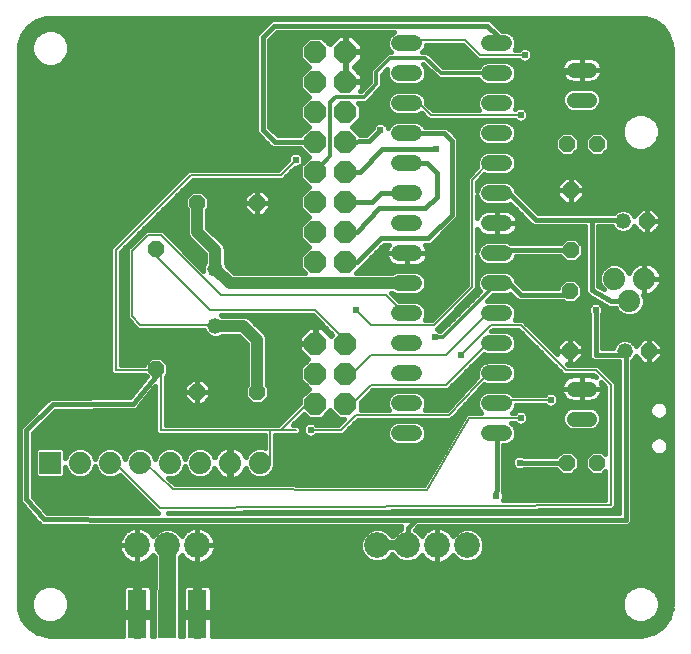
<source format=gbl>
G75*
G70*
%OFA0B0*%
%FSLAX24Y24*%
%IPPOS*%
%LPD*%
%AMOC8*
5,1,8,0,0,1.08239X$1,22.5*
%
%ADD10R,0.0600X0.1600*%
%ADD11OC8,0.0740*%
%ADD12C,0.0860*%
%ADD13C,0.0520*%
%ADD14OC8,0.0520*%
%ADD15C,0.0520*%
%ADD16C,0.0740*%
%ADD17R,0.0740X0.0740*%
%ADD18C,0.0515*%
%ADD19C,0.0160*%
%ADD20C,0.0238*%
%ADD21C,0.0120*%
%ADD22C,0.0060*%
%ADD23C,0.0320*%
%ADD24C,0.0560*%
%ADD25C,0.0400*%
D10*
X004267Y001026D03*
X005267Y001026D03*
X006267Y001026D03*
D11*
X010204Y008054D03*
X011204Y008054D03*
X011204Y009054D03*
X010204Y009054D03*
X010204Y010054D03*
X011204Y010054D03*
X011204Y012778D03*
X010204Y012778D03*
X010204Y013778D03*
X011204Y013778D03*
X011204Y014778D03*
X010204Y014778D03*
X010204Y015778D03*
X011204Y015778D03*
X011204Y016778D03*
X010204Y016778D03*
X010204Y017778D03*
X011204Y017778D03*
X011204Y018778D03*
X010204Y018778D03*
X010204Y019778D03*
X011204Y019778D03*
D12*
X012267Y003330D03*
X013267Y003330D03*
X014267Y003330D03*
X015267Y003330D03*
X006267Y003330D03*
X005267Y003330D03*
X004267Y003330D03*
D13*
X012987Y007066D02*
X013507Y007066D01*
X013507Y008066D02*
X012987Y008066D01*
X012987Y009066D02*
X013507Y009066D01*
X013507Y010066D02*
X012987Y010066D01*
X012987Y011066D02*
X013507Y011066D01*
X013507Y012066D02*
X012987Y012066D01*
X012987Y013066D02*
X013507Y013066D01*
X013507Y014066D02*
X012987Y014066D01*
X012987Y015066D02*
X013507Y015066D01*
X013507Y016066D02*
X012987Y016066D01*
X012987Y017066D02*
X013507Y017066D01*
X013507Y018066D02*
X012987Y018066D01*
X012987Y019066D02*
X013507Y019066D01*
X013507Y020066D02*
X012987Y020066D01*
X015987Y020066D02*
X016507Y020066D01*
X016507Y019066D02*
X015987Y019066D01*
X015987Y018066D02*
X016507Y018066D01*
X016507Y017066D02*
X015987Y017066D01*
X015987Y016066D02*
X016507Y016066D01*
X016507Y015066D02*
X015987Y015066D01*
X015987Y014066D02*
X016507Y014066D01*
X016507Y013066D02*
X015987Y013066D01*
X015987Y012066D02*
X016507Y012066D01*
X016507Y011066D02*
X015987Y011066D01*
X015987Y010066D02*
X016507Y010066D01*
X016507Y009066D02*
X015987Y009066D01*
X015987Y008066D02*
X016507Y008066D01*
X016507Y007066D02*
X015987Y007066D01*
D14*
X018578Y006086D03*
X019578Y006086D03*
X018684Y009810D03*
X018684Y011810D03*
X018711Y013160D03*
X018711Y015160D03*
X018578Y016715D03*
X019578Y016715D03*
X021257Y014137D03*
X021320Y009806D03*
X008267Y008448D03*
X006267Y008448D03*
X004904Y009204D03*
X004904Y013204D03*
X006267Y014747D03*
X008267Y014747D03*
D15*
X006873Y012547D03*
X006873Y010647D03*
X020520Y009806D03*
X020457Y014137D03*
D16*
X020172Y012219D03*
X020672Y011469D03*
X021172Y012219D03*
X008361Y006086D03*
X007361Y006086D03*
X006361Y006086D03*
X005361Y006086D03*
X004361Y006086D03*
X003361Y006086D03*
X002361Y006086D03*
D17*
X001361Y006086D03*
D18*
X018820Y007554D02*
X019335Y007554D01*
X019335Y008554D02*
X018820Y008554D01*
X018820Y018184D02*
X019335Y018184D01*
X019335Y019184D02*
X018820Y019184D01*
D19*
X000433Y000888D02*
X000625Y000625D01*
X000888Y000433D01*
X001198Y000333D01*
X001361Y000320D01*
X003787Y000320D01*
X003787Y000956D01*
X004197Y000956D01*
X004197Y001096D01*
X003787Y001096D01*
X003787Y001850D01*
X003800Y001896D01*
X003823Y001937D01*
X003857Y001970D01*
X003898Y001994D01*
X003944Y002006D01*
X004197Y002006D01*
X004197Y001096D01*
X004337Y001096D01*
X004747Y001096D01*
X004747Y001850D01*
X004735Y001896D01*
X004711Y001937D01*
X004678Y001970D01*
X004637Y001994D01*
X004591Y002006D01*
X004337Y002006D01*
X004337Y001096D01*
X004337Y000956D01*
X004337Y000320D01*
X004197Y000320D01*
X004197Y000956D01*
X004337Y000956D01*
X004747Y000956D01*
X004747Y000320D01*
X004827Y000320D01*
X004827Y001884D01*
X004847Y001904D01*
X004847Y002944D01*
X004785Y003005D01*
X004732Y002932D01*
X004664Y002864D01*
X004586Y002808D01*
X004501Y002764D01*
X004409Y002735D01*
X004315Y002720D01*
X004267Y002720D01*
X004267Y003330D01*
X004267Y003330D01*
X004267Y003940D01*
X004315Y003940D01*
X004409Y003925D01*
X004501Y003895D01*
X004586Y003851D01*
X004664Y003795D01*
X004732Y003727D01*
X004785Y003654D01*
X004944Y003813D01*
X005153Y003900D01*
X005380Y003900D01*
X005589Y003813D01*
X005748Y003654D01*
X005801Y003727D01*
X005869Y003795D01*
X005947Y003851D01*
X006032Y003895D01*
X006124Y003925D01*
X006219Y003940D01*
X006267Y003940D01*
X006267Y003330D01*
X006267Y003330D01*
X006877Y003330D01*
X006877Y003378D01*
X006862Y003472D01*
X006832Y003564D01*
X006788Y003649D01*
X006732Y003727D01*
X006664Y003795D01*
X006586Y003851D01*
X006501Y003895D01*
X006409Y003925D01*
X006315Y003940D01*
X006267Y003940D01*
X006267Y003330D01*
X006267Y003330D01*
X006877Y003330D01*
X006877Y003282D01*
X006862Y003187D01*
X006832Y003095D01*
X006788Y003010D01*
X006732Y002932D01*
X006664Y002864D01*
X006586Y002808D01*
X006501Y002764D01*
X006409Y002735D01*
X006315Y002720D01*
X006267Y002720D01*
X006267Y003330D01*
X006267Y003330D01*
X006267Y002720D01*
X006219Y002720D01*
X006124Y002735D01*
X006032Y002764D01*
X005947Y002808D01*
X005869Y002864D01*
X005801Y002932D01*
X005748Y003005D01*
X005687Y002944D01*
X005687Y001905D01*
X005707Y001884D01*
X005707Y000320D01*
X005787Y000320D01*
X005787Y000956D01*
X006197Y000956D01*
X006197Y001096D01*
X005787Y001096D01*
X005787Y001850D01*
X005800Y001896D01*
X005823Y001937D01*
X005857Y001970D01*
X005898Y001994D01*
X005944Y002006D01*
X006197Y002006D01*
X006197Y001096D01*
X006337Y001096D01*
X006747Y001096D01*
X006747Y001850D01*
X006735Y001896D01*
X006711Y001937D01*
X006678Y001970D01*
X006637Y001994D01*
X006591Y002006D01*
X006337Y002006D01*
X006337Y001096D01*
X006337Y000956D01*
X006337Y000320D01*
X006197Y000320D01*
X006197Y000956D01*
X006337Y000956D01*
X006747Y000956D01*
X006747Y000320D01*
X021046Y000320D01*
X021209Y000333D01*
X021519Y000433D01*
X021782Y000625D01*
X021974Y000888D01*
X022074Y001198D01*
X022087Y001361D01*
X022087Y019865D01*
X022074Y020028D01*
X021974Y020338D01*
X021782Y020601D01*
X021519Y020793D01*
X021209Y020893D01*
X021046Y020906D01*
X001361Y020906D01*
X001198Y020893D01*
X000888Y020793D01*
X000625Y020601D01*
X000433Y020338D01*
X000333Y020028D01*
X000320Y019865D01*
X000320Y001361D01*
X000333Y001198D01*
X000433Y000888D01*
X000432Y000894D02*
X000939Y000894D01*
X001000Y000834D02*
X001232Y000738D01*
X001484Y000738D01*
X001716Y000834D01*
X001894Y001012D01*
X001990Y001244D01*
X001990Y001495D01*
X001894Y001728D01*
X001716Y001906D01*
X001484Y002002D01*
X001232Y002002D01*
X001000Y001906D01*
X000822Y001728D01*
X000726Y001495D01*
X000726Y001244D01*
X000822Y001012D01*
X001000Y000834D01*
X000805Y001053D02*
X000380Y001053D01*
X000332Y001211D02*
X000739Y001211D01*
X000726Y001370D02*
X000320Y001370D01*
X000320Y001528D02*
X000739Y001528D01*
X000805Y001687D02*
X000320Y001687D01*
X000320Y001845D02*
X000939Y001845D01*
X000320Y002004D02*
X003934Y002004D01*
X003787Y001845D02*
X001776Y001845D01*
X001911Y001687D02*
X003787Y001687D01*
X003787Y001528D02*
X001976Y001528D01*
X001990Y001370D02*
X003787Y001370D01*
X003787Y001211D02*
X001976Y001211D01*
X001911Y001053D02*
X004197Y001053D01*
X004337Y001053D02*
X004827Y001053D01*
X004827Y001211D02*
X004747Y001211D01*
X004747Y001370D02*
X004827Y001370D01*
X004827Y001528D02*
X004747Y001528D01*
X004747Y001687D02*
X004827Y001687D01*
X004827Y001845D02*
X004747Y001845D01*
X004847Y002004D02*
X004601Y002004D01*
X004847Y002162D02*
X000320Y002162D01*
X000320Y002321D02*
X004847Y002321D01*
X004847Y002479D02*
X000320Y002479D01*
X000320Y002638D02*
X004847Y002638D01*
X004847Y002796D02*
X004563Y002796D01*
X004748Y002955D02*
X004835Y002955D01*
X004267Y002955D02*
X004267Y002955D01*
X004267Y003113D02*
X004267Y003113D01*
X004267Y003272D02*
X004267Y003272D01*
X004267Y003330D02*
X004267Y003330D01*
X004267Y003940D01*
X004219Y003940D01*
X004124Y003925D01*
X004032Y003895D01*
X003947Y003851D01*
X003869Y003795D01*
X003801Y003727D01*
X003745Y003649D01*
X003701Y003564D01*
X003672Y003472D01*
X003657Y003378D01*
X003657Y003330D01*
X004267Y003330D01*
X004267Y003330D01*
X004267Y002720D01*
X004219Y002720D01*
X004124Y002735D01*
X004032Y002764D01*
X003947Y002808D01*
X003869Y002864D01*
X003801Y002932D01*
X003745Y003010D01*
X003701Y003095D01*
X003672Y003187D01*
X003657Y003282D01*
X003657Y003330D01*
X004267Y003330D01*
X004267Y003430D02*
X004267Y003430D01*
X004267Y003589D02*
X004267Y003589D01*
X004267Y003747D02*
X004267Y003747D01*
X004267Y003906D02*
X004267Y003906D01*
X004208Y003966D02*
X004208Y003966D01*
X013058Y003960D01*
X013059Y003900D01*
X013058Y003860D01*
X012944Y003813D01*
X012783Y003652D01*
X012774Y003630D01*
X012759Y003630D01*
X012750Y003652D01*
X012589Y003813D01*
X012380Y003900D01*
X012153Y003900D01*
X011944Y003813D01*
X011783Y003652D01*
X011697Y003443D01*
X011697Y003216D01*
X011783Y003007D01*
X011944Y002846D01*
X012153Y002760D01*
X012380Y002760D01*
X012589Y002846D01*
X012750Y003007D01*
X012759Y003030D01*
X012774Y003030D01*
X012783Y003007D01*
X012944Y002846D01*
X013153Y002760D01*
X013380Y002760D01*
X013589Y002846D01*
X013748Y003005D01*
X013801Y002932D01*
X013869Y002864D01*
X013947Y002808D01*
X014032Y002764D01*
X014124Y002735D01*
X014219Y002720D01*
X014267Y002720D01*
X014315Y002720D01*
X014409Y002735D01*
X014501Y002764D01*
X014586Y002808D01*
X014664Y002864D01*
X014732Y002932D01*
X014785Y003005D01*
X014944Y002846D01*
X015153Y002760D01*
X015380Y002760D01*
X015589Y002846D01*
X015750Y003007D01*
X015837Y003216D01*
X015837Y003443D01*
X015750Y003652D01*
X015589Y003813D01*
X015380Y003900D01*
X015153Y003900D01*
X014944Y003813D01*
X014785Y003654D01*
X014732Y003727D01*
X014664Y003795D01*
X014586Y003851D01*
X014501Y003895D01*
X014409Y003925D01*
X014315Y003940D01*
X014267Y003940D01*
X014267Y003330D01*
X014267Y003330D01*
X014267Y003940D01*
X014219Y003940D01*
X014124Y003925D01*
X014032Y003895D01*
X013947Y003851D01*
X013869Y003795D01*
X013801Y003727D01*
X013748Y003654D01*
X013589Y003813D01*
X013524Y003840D01*
X013637Y003960D01*
X020633Y003960D01*
X020762Y004089D01*
X020762Y009482D01*
X020859Y009579D01*
X020880Y009630D01*
X020880Y009624D01*
X021138Y009366D01*
X021320Y009366D01*
X021320Y009806D01*
X021320Y010246D01*
X021138Y010246D01*
X020880Y009988D01*
X020880Y009982D01*
X020859Y010033D01*
X020747Y010145D01*
X020600Y010206D01*
X020441Y010206D01*
X020294Y010145D01*
X020181Y010033D01*
X020126Y009900D01*
X019762Y009900D01*
X019762Y011034D01*
X019801Y011128D01*
X019801Y011232D01*
X019762Y011327D01*
X019689Y011400D01*
X019594Y011439D01*
X019491Y011439D01*
X019395Y011400D01*
X019323Y011327D01*
X019283Y011232D01*
X019283Y011128D01*
X019322Y011034D01*
X019322Y009589D01*
X019451Y009460D01*
X020310Y009460D01*
X020322Y009455D01*
X020322Y004400D01*
X013629Y004400D01*
X013627Y004403D01*
X013539Y004400D01*
X005291Y004405D01*
X020043Y004510D01*
X020113Y004510D01*
X020113Y004510D01*
X020114Y004511D01*
X020163Y004560D01*
X020212Y004610D01*
X020213Y004611D01*
X020212Y004681D01*
X020212Y008750D01*
X020113Y008850D01*
X019613Y009350D01*
X018613Y009350D01*
X018593Y009370D01*
X018684Y009370D01*
X018866Y009370D01*
X019124Y009628D01*
X019124Y009810D01*
X019124Y009992D01*
X018866Y010250D01*
X018684Y010250D01*
X018684Y009810D01*
X018684Y009810D01*
X019124Y009810D01*
X018684Y009810D01*
X018684Y009810D01*
X018684Y010250D01*
X018502Y010250D01*
X018244Y009992D01*
X018244Y009810D01*
X018684Y009810D01*
X018684Y009810D01*
X018684Y009370D01*
X018684Y009810D01*
X018684Y009810D01*
X018244Y009810D01*
X018244Y009719D01*
X017113Y010850D01*
X016850Y010850D01*
X016907Y010986D01*
X016907Y011145D01*
X016846Y011292D01*
X016734Y011405D01*
X016586Y011466D01*
X015936Y011466D01*
X016136Y011666D01*
X016586Y011666D01*
X016699Y011712D01*
X016822Y011589D01*
X016951Y011460D01*
X018468Y011460D01*
X018518Y011410D01*
X018850Y011410D01*
X019084Y011644D01*
X019084Y011976D01*
X018850Y012210D01*
X018518Y012210D01*
X018284Y011976D01*
X018284Y011900D01*
X017133Y011900D01*
X016907Y012126D01*
X016907Y012145D01*
X016846Y012292D01*
X016734Y012405D01*
X016586Y012466D01*
X015907Y012466D01*
X015760Y012405D01*
X015648Y012292D01*
X015587Y012145D01*
X015587Y011986D01*
X015648Y011839D01*
X015696Y011791D01*
X014374Y010470D01*
X014347Y010470D01*
X014328Y010490D01*
X014243Y010525D01*
X014277Y010560D01*
X014327Y010610D01*
X015537Y011832D01*
X015586Y011882D01*
X015586Y011882D01*
X015587Y011883D01*
X015586Y011953D01*
X015587Y012985D01*
X015648Y012839D01*
X015760Y012727D01*
X015907Y012666D01*
X016586Y012666D01*
X016734Y012727D01*
X016846Y012839D01*
X016896Y012960D01*
X018346Y012960D01*
X018546Y012760D01*
X018877Y012760D01*
X019111Y012995D01*
X019111Y013326D01*
X018877Y013560D01*
X018546Y013560D01*
X018385Y013400D01*
X016738Y013400D01*
X016734Y013405D01*
X016586Y013466D01*
X015907Y013466D01*
X015760Y013405D01*
X015648Y013292D01*
X015588Y013147D01*
X015588Y013879D01*
X015611Y013835D01*
X015651Y013779D01*
X015700Y013730D01*
X015756Y013690D01*
X015818Y013658D01*
X015884Y013637D01*
X015952Y013626D01*
X016247Y013626D01*
X016542Y013626D01*
X016610Y013637D01*
X016676Y013658D01*
X016738Y013690D01*
X016794Y013730D01*
X016843Y013779D01*
X016883Y013835D01*
X016915Y013897D01*
X016936Y013963D01*
X016947Y014031D01*
X016947Y014066D01*
X016947Y014100D01*
X016936Y014169D01*
X016915Y014235D01*
X016883Y014296D01*
X016843Y014352D01*
X016794Y014401D01*
X016738Y014442D01*
X016676Y014474D01*
X016610Y014495D01*
X016542Y014506D01*
X016247Y014506D01*
X016247Y014066D01*
X016247Y014066D01*
X016247Y014506D01*
X015952Y014506D01*
X015884Y014495D01*
X015818Y014474D01*
X015756Y014442D01*
X015700Y014401D01*
X015651Y014352D01*
X015611Y014296D01*
X015589Y014253D01*
X015589Y014980D01*
X015648Y014839D01*
X015760Y014727D01*
X015907Y014666D01*
X016586Y014666D01*
X016699Y014712D01*
X017322Y014089D01*
X017451Y013960D01*
X019192Y013960D01*
X019192Y011899D01*
X019176Y011872D01*
X019192Y011811D01*
X019192Y011748D01*
X019214Y011726D01*
X019222Y011695D01*
X019276Y011663D01*
X019320Y011619D01*
X019352Y011619D01*
X019907Y011294D01*
X019951Y011250D01*
X019983Y011250D01*
X020010Y011234D01*
X020071Y011250D01*
X020211Y011250D01*
X020240Y011180D01*
X020383Y011037D01*
X020571Y010959D01*
X020774Y010959D01*
X020961Y011037D01*
X021104Y011180D01*
X021182Y011368D01*
X021182Y011571D01*
X021141Y011669D01*
X021172Y011669D01*
X021172Y012219D01*
X021172Y012219D01*
X021172Y011669D01*
X021215Y011669D01*
X021301Y011683D01*
X021383Y011710D01*
X021460Y011749D01*
X021530Y011800D01*
X021592Y011861D01*
X021643Y011931D01*
X021682Y012008D01*
X021709Y012091D01*
X021722Y012176D01*
X021722Y012219D01*
X021172Y012219D01*
X021172Y012219D01*
X021722Y012219D01*
X021722Y012263D01*
X021709Y012348D01*
X021682Y012430D01*
X021643Y012508D01*
X021592Y012578D01*
X021530Y012639D01*
X021460Y012690D01*
X021383Y012729D01*
X021301Y012756D01*
X021215Y012769D01*
X021172Y012769D01*
X021129Y012769D01*
X021043Y012756D01*
X020961Y012729D01*
X020884Y012690D01*
X020814Y012639D01*
X020753Y012578D01*
X020702Y012508D01*
X020662Y012430D01*
X020651Y012396D01*
X020604Y012508D01*
X020461Y012652D01*
X020274Y012729D01*
X020071Y012729D01*
X019883Y012652D01*
X019740Y012508D01*
X019662Y012321D01*
X019662Y012118D01*
X019740Y011930D01*
X019809Y011862D01*
X019632Y011965D01*
X019632Y013960D01*
X020097Y013960D01*
X020118Y013910D01*
X020231Y013798D01*
X020378Y013737D01*
X020537Y013737D01*
X020684Y013798D01*
X020796Y013910D01*
X020817Y013961D01*
X020817Y013954D01*
X021075Y013697D01*
X021257Y013697D01*
X021257Y014137D01*
X021257Y014577D01*
X021075Y014577D01*
X020817Y014319D01*
X020817Y014313D01*
X020796Y014363D01*
X020684Y014476D01*
X020537Y014537D01*
X020378Y014537D01*
X020231Y014476D01*
X020155Y014400D01*
X017633Y014400D01*
X016907Y015126D01*
X016907Y015145D01*
X016846Y015292D01*
X016734Y015405D01*
X016586Y015466D01*
X015907Y015466D01*
X015760Y015405D01*
X015648Y015292D01*
X015590Y015152D01*
X015590Y015191D01*
X015592Y015438D01*
X015830Y015698D01*
X015907Y015666D01*
X016586Y015666D01*
X016734Y015727D01*
X016846Y015839D01*
X016907Y015986D01*
X016907Y016145D01*
X016846Y016292D01*
X016734Y016405D01*
X016586Y016466D01*
X015907Y016466D01*
X015760Y016405D01*
X015648Y016292D01*
X015587Y016145D01*
X015587Y015986D01*
X015601Y015951D01*
X015300Y015623D01*
X015253Y015577D01*
X015253Y015572D01*
X015250Y015568D01*
X015252Y015502D01*
X015250Y015263D01*
X015250Y015263D01*
X015250Y015193D01*
X015249Y015123D01*
X015250Y015123D01*
X015246Y012022D01*
X014086Y010850D01*
X013850Y010850D01*
X013907Y010986D01*
X013907Y011145D01*
X013846Y011292D01*
X013734Y011405D01*
X013586Y011466D01*
X012997Y011466D01*
X012737Y011726D01*
X012763Y011726D01*
X012907Y011666D01*
X013586Y011666D01*
X013734Y011727D01*
X013846Y011839D01*
X013907Y011986D01*
X013907Y012145D01*
X013846Y012292D01*
X013734Y012405D01*
X013586Y012466D01*
X012907Y012466D01*
X012763Y012406D01*
X011552Y012406D01*
X011714Y012567D01*
X011714Y012584D01*
X012476Y013346D01*
X012646Y013346D01*
X012611Y013296D01*
X012579Y013235D01*
X012558Y013169D01*
X012547Y013100D01*
X012547Y013066D01*
X013247Y013066D01*
X013947Y013066D01*
X013947Y013100D01*
X013936Y013169D01*
X013915Y013235D01*
X013883Y013296D01*
X013847Y013346D01*
X014051Y013346D01*
X014838Y014133D01*
X014967Y014262D01*
X014967Y016912D01*
X014718Y017161D01*
X014589Y017290D01*
X013847Y017290D01*
X013846Y017292D01*
X013734Y017405D01*
X013586Y017466D01*
X012907Y017466D01*
X012760Y017405D01*
X012648Y017292D01*
X012626Y017240D01*
X012591Y017325D01*
X012518Y017398D01*
X012423Y017437D01*
X012320Y017437D01*
X012224Y017398D01*
X012151Y017325D01*
X012112Y017230D01*
X012112Y017228D01*
X011901Y017010D01*
X011696Y017007D01*
X011425Y017278D01*
X011714Y017567D01*
X011714Y017990D01*
X011627Y018077D01*
X011727Y018077D01*
X011727Y018077D01*
X011811Y018077D01*
X011893Y018077D01*
X011950Y018135D01*
X012009Y018195D01*
X012374Y018562D01*
X012433Y018621D01*
X012433Y018704D01*
X012433Y019022D01*
X012608Y019197D01*
X012587Y019145D01*
X012587Y018986D01*
X012648Y018839D01*
X012760Y018727D01*
X012907Y018666D01*
X013586Y018666D01*
X013734Y018727D01*
X013846Y018839D01*
X013907Y018986D01*
X013907Y019145D01*
X013846Y019292D01*
X013779Y019359D01*
X013792Y019359D01*
X014245Y018926D01*
X014302Y018869D01*
X014305Y018869D01*
X014307Y018867D01*
X014387Y018869D01*
X015636Y018867D01*
X015648Y018839D01*
X015760Y018727D01*
X015907Y018666D01*
X016586Y018666D01*
X016734Y018727D01*
X016846Y018839D01*
X016907Y018986D01*
X016907Y019145D01*
X016846Y019292D01*
X016734Y019405D01*
X016586Y019466D01*
X015907Y019466D01*
X015760Y019405D01*
X015648Y019292D01*
X015637Y019267D01*
X014465Y019268D01*
X014012Y019702D01*
X013955Y019759D01*
X013952Y019759D01*
X013950Y019761D01*
X013870Y019759D01*
X013766Y019759D01*
X013846Y019839D01*
X013907Y019986D01*
X013907Y020010D01*
X015110Y020010D01*
X015510Y019610D01*
X015610Y019510D01*
X016984Y019510D01*
X017033Y019460D01*
X017128Y019421D01*
X017232Y019421D01*
X017327Y019460D01*
X017400Y019533D01*
X017439Y019628D01*
X017439Y019732D01*
X017400Y019827D01*
X017327Y019900D01*
X017232Y019939D01*
X017128Y019939D01*
X017033Y019900D01*
X016984Y019850D01*
X016850Y019850D01*
X016907Y019986D01*
X016907Y020145D01*
X016846Y020292D01*
X016734Y020405D01*
X016586Y020466D01*
X016426Y020466D01*
X016148Y020744D01*
X016019Y020872D01*
X008750Y020872D01*
X008357Y020479D01*
X008228Y020350D01*
X008228Y017092D01*
X008633Y016686D01*
X008762Y016557D01*
X009704Y016557D01*
X009982Y016278D01*
X009779Y016075D01*
X009801Y016128D01*
X009801Y016232D01*
X009762Y016327D01*
X009689Y016400D01*
X009594Y016439D01*
X009491Y016439D01*
X009395Y016400D01*
X009323Y016327D01*
X009283Y016232D01*
X009283Y016161D01*
X008972Y015850D01*
X005972Y015850D01*
X003472Y013350D01*
X003372Y013250D01*
X003372Y009110D01*
X003472Y009010D01*
X004532Y009010D01*
X004579Y008963D01*
X004012Y008273D01*
X001446Y008256D01*
X001356Y008256D01*
X001355Y008256D01*
X001291Y008191D01*
X000416Y007316D01*
X000352Y007251D01*
X000351Y007251D01*
X000352Y007160D01*
X000352Y004868D01*
X000346Y004784D01*
X000352Y004778D01*
X000352Y004769D01*
X000411Y004710D01*
X000939Y004109D01*
X000939Y004101D01*
X000998Y004041D01*
X001054Y003978D01*
X001062Y003978D01*
X001068Y003972D01*
X001152Y003972D01*
X001236Y003966D01*
X001242Y003972D01*
X004026Y003966D01*
X004116Y003966D01*
X004208Y003966D01*
X004066Y003906D02*
X000320Y003906D01*
X000320Y004064D02*
X000976Y004064D01*
X000839Y004223D02*
X000320Y004223D01*
X000320Y004381D02*
X000700Y004381D01*
X000561Y004540D02*
X000320Y004540D01*
X000320Y004698D02*
X000421Y004698D01*
X000351Y004857D02*
X000320Y004857D01*
X000320Y005015D02*
X000352Y005015D01*
X000352Y005174D02*
X000320Y005174D01*
X000320Y005332D02*
X000352Y005332D01*
X000352Y005491D02*
X000320Y005491D01*
X000320Y005649D02*
X000352Y005649D01*
X000352Y005808D02*
X000320Y005808D01*
X000320Y005966D02*
X000352Y005966D01*
X000352Y006125D02*
X000320Y006125D01*
X000320Y006283D02*
X000352Y006283D01*
X000352Y006442D02*
X000320Y006442D01*
X000320Y006600D02*
X000352Y006600D01*
X000352Y006759D02*
X000320Y006759D01*
X000320Y006917D02*
X000352Y006917D01*
X000352Y007076D02*
X000320Y007076D01*
X000320Y007234D02*
X000351Y007234D01*
X000352Y007251D02*
X000352Y007251D01*
X000320Y007393D02*
X000493Y007393D01*
X000651Y007551D02*
X000320Y007551D01*
X000320Y007710D02*
X000810Y007710D01*
X000968Y007868D02*
X000320Y007868D01*
X000320Y008027D02*
X001127Y008027D01*
X001285Y008185D02*
X000320Y008185D01*
X000320Y008344D02*
X004070Y008344D01*
X004201Y008502D02*
X000320Y008502D01*
X000320Y008661D02*
X004331Y008661D01*
X004461Y008819D02*
X000320Y008819D01*
X000320Y008978D02*
X004565Y008978D01*
X004504Y009350D02*
X003712Y009350D01*
X003712Y013110D01*
X006113Y015510D01*
X009113Y015510D01*
X009212Y015610D01*
X009524Y015921D01*
X009594Y015921D01*
X009689Y015960D01*
X009694Y015965D01*
X009694Y015567D01*
X009982Y015278D01*
X009694Y014990D01*
X009694Y014567D01*
X009982Y014278D01*
X009694Y013990D01*
X009694Y013567D01*
X009982Y013278D01*
X009694Y012990D01*
X009694Y012567D01*
X009855Y012406D01*
X007495Y012406D01*
X007272Y012629D01*
X007213Y012772D01*
X007213Y013240D01*
X007161Y013365D01*
X007066Y013460D01*
X006607Y013919D01*
X006607Y014521D01*
X006667Y014581D01*
X006667Y014913D01*
X006432Y015147D01*
X006101Y015147D01*
X005867Y014913D01*
X005867Y014581D01*
X005927Y014521D01*
X005927Y013711D01*
X005978Y013586D01*
X006533Y013031D01*
X006533Y012772D01*
X006473Y012627D01*
X006473Y012490D01*
X005212Y013750D01*
X005113Y013850D01*
X004639Y013850D01*
X004570Y013851D01*
X004569Y013850D01*
X004568Y013850D01*
X004519Y013801D01*
X004019Y013312D01*
X004018Y013312D01*
X003969Y013263D01*
X003919Y013214D01*
X003919Y013213D01*
X003919Y013213D01*
X003918Y013143D01*
X003918Y013073D01*
X003918Y013073D01*
X003914Y010985D01*
X003911Y010918D01*
X003914Y010915D01*
X003914Y010911D01*
X003961Y010864D01*
X004199Y010604D01*
X004199Y010599D01*
X004246Y010552D01*
X004291Y010503D01*
X004295Y010503D01*
X004299Y010500D01*
X004365Y010500D01*
X004432Y010497D01*
X004435Y010500D01*
X006498Y010508D01*
X006534Y010421D01*
X006646Y010308D01*
X006793Y010247D01*
X006952Y010247D01*
X007080Y010300D01*
X007663Y010300D01*
X007927Y010036D01*
X007927Y008673D01*
X007867Y008613D01*
X007867Y008282D01*
X008101Y008048D01*
X008432Y008048D01*
X008667Y008282D01*
X008667Y008613D01*
X008607Y008673D01*
X008607Y010245D01*
X008555Y010369D01*
X008092Y010833D01*
X007996Y010928D01*
X007871Y010980D01*
X007106Y010980D01*
X007099Y010986D01*
X007043Y011010D01*
X010110Y011010D01*
X010774Y010346D01*
X010732Y010304D01*
X010431Y010604D01*
X010224Y010604D01*
X010224Y010074D01*
X010184Y010074D01*
X010184Y010604D01*
X009976Y010604D01*
X009654Y010282D01*
X009654Y010074D01*
X010184Y010074D01*
X010184Y010034D01*
X009654Y010034D01*
X009654Y009826D01*
X009954Y009526D01*
X009694Y009265D01*
X009694Y008843D01*
X009982Y008554D01*
X009694Y008265D01*
X009694Y008072D01*
X008972Y007350D01*
X005212Y007350D01*
X005212Y008946D01*
X005304Y009038D01*
X005304Y009369D01*
X005070Y009604D01*
X004739Y009604D01*
X004504Y009369D01*
X004504Y009350D01*
X004588Y009453D02*
X003712Y009453D01*
X003712Y009612D02*
X007927Y009612D01*
X007927Y009770D02*
X003712Y009770D01*
X003712Y009929D02*
X007927Y009929D01*
X007875Y010087D02*
X003712Y010087D01*
X003712Y010246D02*
X007717Y010246D01*
X008203Y010721D02*
X010398Y010721D01*
X010473Y010563D02*
X010557Y010563D01*
X010631Y010404D02*
X010715Y010404D01*
X010224Y010404D02*
X010184Y010404D01*
X010184Y010246D02*
X010224Y010246D01*
X010224Y010087D02*
X010184Y010087D01*
X010184Y010563D02*
X010224Y010563D01*
X009935Y010563D02*
X008362Y010563D01*
X008520Y010404D02*
X009776Y010404D01*
X009654Y010246D02*
X008606Y010246D01*
X008607Y010087D02*
X009654Y010087D01*
X009654Y009929D02*
X008607Y009929D01*
X008607Y009770D02*
X009710Y009770D01*
X009868Y009612D02*
X008607Y009612D01*
X008607Y009453D02*
X009882Y009453D01*
X009723Y009295D02*
X008607Y009295D01*
X008607Y009136D02*
X009694Y009136D01*
X009694Y008978D02*
X008607Y008978D01*
X008607Y008819D02*
X009717Y008819D01*
X009876Y008661D02*
X008619Y008661D01*
X008667Y008502D02*
X009931Y008502D01*
X009772Y008344D02*
X008667Y008344D01*
X008570Y008185D02*
X009694Y008185D01*
X009649Y008027D02*
X006468Y008027D01*
X006449Y008008D02*
X006707Y008265D01*
X006707Y008448D01*
X006707Y008630D01*
X006449Y008888D01*
X006267Y008888D01*
X006267Y008448D01*
X006707Y008448D01*
X006267Y008448D01*
X006267Y008448D01*
X006267Y008448D01*
X006267Y008888D01*
X006084Y008888D01*
X005827Y008630D01*
X005827Y008448D01*
X006267Y008448D01*
X006267Y008008D01*
X006449Y008008D01*
X006267Y008008D02*
X006267Y008448D01*
X006267Y008448D01*
X006267Y008448D01*
X005827Y008448D01*
X005827Y008265D01*
X006084Y008008D01*
X006267Y008008D01*
X006267Y008027D02*
X006267Y008027D01*
X006267Y008185D02*
X006267Y008185D01*
X006267Y008344D02*
X006267Y008344D01*
X006267Y008502D02*
X006267Y008502D01*
X006267Y008661D02*
X006267Y008661D01*
X006267Y008819D02*
X006267Y008819D01*
X006517Y008819D02*
X007927Y008819D01*
X007927Y008978D02*
X005244Y008978D01*
X005212Y008819D02*
X006016Y008819D01*
X005857Y008661D02*
X005212Y008661D01*
X005212Y008502D02*
X005827Y008502D01*
X005827Y008344D02*
X005212Y008344D01*
X005212Y008185D02*
X005907Y008185D01*
X006065Y008027D02*
X005212Y008027D01*
X005212Y007868D02*
X009490Y007868D01*
X009332Y007710D02*
X005212Y007710D01*
X005212Y007551D02*
X009173Y007551D01*
X009015Y007393D02*
X005212Y007393D01*
X004872Y007393D02*
X001115Y007393D01*
X001273Y007551D02*
X004872Y007551D01*
X004872Y007710D02*
X001432Y007710D01*
X001539Y007817D02*
X004039Y007833D01*
X004048Y007826D01*
X004128Y007834D01*
X004210Y007835D01*
X004218Y007843D01*
X004229Y007844D01*
X004281Y007907D01*
X004338Y007964D01*
X004338Y007976D01*
X004872Y008627D01*
X004872Y007110D01*
X004972Y007010D01*
X008510Y007010D01*
X008510Y006576D01*
X008463Y006596D01*
X008260Y006596D01*
X008072Y006518D01*
X007929Y006374D01*
X007882Y006262D01*
X007871Y006297D01*
X007832Y006374D01*
X007781Y006444D01*
X007719Y006505D01*
X007649Y006556D01*
X007572Y006595D01*
X007490Y006622D01*
X007404Y006636D01*
X007381Y006636D01*
X007381Y006106D01*
X007341Y006106D01*
X007341Y006636D01*
X007318Y006636D01*
X007232Y006622D01*
X007150Y006595D01*
X007073Y006556D01*
X007003Y006505D01*
X006942Y006444D01*
X006891Y006374D01*
X006851Y006297D01*
X006840Y006262D01*
X006793Y006374D01*
X006650Y006518D01*
X006463Y006596D01*
X006260Y006596D01*
X006072Y006518D01*
X005929Y006374D01*
X005861Y006211D01*
X005793Y006374D01*
X005650Y006518D01*
X005463Y006596D01*
X005260Y006596D01*
X005072Y006518D01*
X004929Y006374D01*
X004861Y006211D01*
X004793Y006374D01*
X004650Y006518D01*
X004463Y006596D01*
X004260Y006596D01*
X004072Y006518D01*
X003929Y006374D01*
X003861Y006211D01*
X003793Y006374D01*
X003650Y006518D01*
X003463Y006596D01*
X003260Y006596D01*
X003072Y006518D01*
X002929Y006374D01*
X002861Y006211D01*
X002793Y006374D01*
X002650Y006518D01*
X002463Y006596D01*
X002260Y006596D01*
X002072Y006518D01*
X001929Y006374D01*
X001871Y006235D01*
X001871Y006514D01*
X001789Y006596D01*
X000933Y006596D01*
X000851Y006514D01*
X000851Y005658D01*
X000933Y005576D01*
X001789Y005576D01*
X001871Y005658D01*
X001871Y005936D01*
X001929Y005797D01*
X002072Y005653D01*
X002260Y005576D01*
X002463Y005576D01*
X002650Y005653D01*
X002793Y005797D01*
X002861Y005960D01*
X002929Y005797D01*
X003072Y005653D01*
X003260Y005576D01*
X003463Y005576D01*
X003650Y005653D01*
X003680Y005683D01*
X004860Y004503D01*
X004860Y004502D01*
X004910Y004453D01*
X004957Y004406D01*
X004117Y004406D01*
X001259Y004412D01*
X000792Y004943D01*
X000792Y007069D01*
X001539Y007817D01*
X001447Y008036D02*
X004117Y008054D01*
X005042Y009180D01*
X005304Y009136D02*
X007927Y009136D01*
X007927Y009295D02*
X005304Y009295D01*
X005220Y009453D02*
X007927Y009453D01*
X007914Y008661D02*
X006676Y008661D01*
X006707Y008502D02*
X007867Y008502D01*
X007867Y008344D02*
X006707Y008344D01*
X006626Y008185D02*
X007963Y008185D01*
X008850Y007010D02*
X009613Y007010D01*
X009712Y007110D01*
X009712Y007250D01*
X009613Y007350D01*
X009453Y007350D01*
X009820Y007717D01*
X009992Y007544D01*
X010415Y007544D01*
X010704Y007833D01*
X010992Y007544D01*
X011166Y007544D01*
X010972Y007350D01*
X010239Y007350D01*
X010189Y007400D01*
X010094Y007439D01*
X009991Y007439D01*
X009895Y007400D01*
X009823Y007327D01*
X009783Y007232D01*
X009783Y007128D01*
X009823Y007033D01*
X009895Y006960D01*
X009991Y006921D01*
X010094Y006921D01*
X010189Y006960D01*
X010239Y007010D01*
X011113Y007010D01*
X011212Y007110D01*
X011613Y007510D01*
X014584Y007510D01*
X014587Y007507D01*
X014654Y007510D01*
X014721Y007510D01*
X014724Y007513D01*
X014727Y007513D01*
X014773Y007562D01*
X014821Y007610D01*
X014821Y007613D01*
X015828Y008699D01*
X015907Y008666D01*
X016586Y008666D01*
X016734Y008727D01*
X016846Y008839D01*
X016907Y008986D01*
X016907Y009145D01*
X016846Y009292D01*
X016734Y009405D01*
X016586Y009466D01*
X015907Y009466D01*
X015760Y009405D01*
X015648Y009292D01*
X015587Y009145D01*
X015587Y008986D01*
X015600Y008954D01*
X014576Y007850D01*
X013850Y007850D01*
X013907Y007986D01*
X013907Y008145D01*
X013846Y008292D01*
X013734Y008405D01*
X013586Y008466D01*
X012907Y008466D01*
X012760Y008405D01*
X012648Y008292D01*
X012587Y008145D01*
X012587Y007986D01*
X012643Y007850D01*
X011714Y007850D01*
X011714Y008111D01*
X012113Y008510D01*
X014613Y008510D01*
X014712Y008610D01*
X015809Y009707D01*
X015907Y009666D01*
X016586Y009666D01*
X016734Y009727D01*
X016846Y009839D01*
X016907Y009986D01*
X016907Y010145D01*
X016846Y010292D01*
X016734Y010405D01*
X016586Y010466D01*
X016068Y010466D01*
X016113Y010510D01*
X016972Y010510D01*
X018372Y009110D01*
X018472Y009010D01*
X019472Y009010D01*
X019542Y008939D01*
X019503Y008959D01*
X019438Y008981D01*
X019370Y008991D01*
X019078Y008991D01*
X019078Y008554D01*
X019773Y008554D01*
X019773Y008588D01*
X019762Y008656D01*
X019741Y008722D01*
X019721Y008761D01*
X019872Y008610D01*
X019872Y006357D01*
X019743Y006486D01*
X019412Y006486D01*
X019178Y006251D01*
X019178Y005920D01*
X019412Y005686D01*
X019743Y005686D01*
X019872Y005814D01*
X019872Y004849D01*
X016463Y004825D01*
X016497Y004908D01*
X016497Y005012D01*
X016461Y005100D01*
X016463Y005217D01*
X016464Y005218D01*
X016465Y005307D01*
X016466Y005397D01*
X016465Y005398D01*
X016466Y006666D01*
X016586Y006666D01*
X016734Y006727D01*
X016846Y006839D01*
X016907Y006986D01*
X016907Y007145D01*
X016846Y007292D01*
X016734Y007405D01*
X016728Y007407D01*
X016850Y007407D01*
X016899Y007357D01*
X016995Y007318D01*
X017098Y007318D01*
X017193Y007357D01*
X017266Y007430D01*
X017305Y007525D01*
X017305Y007629D01*
X017266Y007724D01*
X017193Y007797D01*
X017098Y007836D01*
X016995Y007836D01*
X016899Y007797D01*
X016850Y007747D01*
X016754Y007747D01*
X016846Y007839D01*
X016907Y007986D01*
X016907Y008010D01*
X017846Y008010D01*
X017895Y007960D01*
X017991Y007921D01*
X018094Y007921D01*
X018189Y007960D01*
X018262Y008033D01*
X018301Y008128D01*
X018301Y008232D01*
X018262Y008327D01*
X018189Y008400D01*
X018094Y008439D01*
X017991Y008439D01*
X017895Y008400D01*
X017846Y008350D01*
X016788Y008350D01*
X016734Y008405D01*
X016586Y008466D01*
X015907Y008466D01*
X015760Y008405D01*
X015648Y008292D01*
X015587Y008145D01*
X015587Y007986D01*
X015648Y007839D01*
X015740Y007747D01*
X015367Y007747D01*
X015345Y007760D01*
X015299Y007747D01*
X015251Y007747D01*
X015233Y007729D01*
X015209Y007723D01*
X015185Y007681D01*
X015151Y007647D01*
X015151Y007622D01*
X014422Y006353D01*
X013823Y005352D01*
X013542Y005350D01*
X005528Y005362D01*
X005308Y005576D01*
X005463Y005576D01*
X005650Y005653D01*
X005793Y005797D01*
X005861Y005960D01*
X005929Y005797D01*
X006072Y005653D01*
X006260Y005576D01*
X006463Y005576D01*
X006650Y005653D01*
X006793Y005797D01*
X006840Y005909D01*
X006851Y005874D01*
X006891Y005797D01*
X006942Y005727D01*
X007003Y005666D01*
X007073Y005615D01*
X007150Y005576D01*
X007232Y005549D01*
X007318Y005536D01*
X007341Y005536D01*
X007341Y006066D01*
X007381Y006066D01*
X007381Y005536D01*
X007404Y005536D01*
X007490Y005549D01*
X007572Y005576D01*
X007649Y005615D01*
X007719Y005666D01*
X007781Y005727D01*
X007832Y005797D01*
X007871Y005874D01*
X007882Y005909D01*
X007929Y005797D01*
X008072Y005653D01*
X008260Y005576D01*
X008463Y005576D01*
X008650Y005653D01*
X008793Y005797D01*
X008871Y005984D01*
X008871Y006187D01*
X008850Y006238D01*
X008850Y007010D01*
X008850Y006917D02*
X012616Y006917D01*
X012587Y006986D02*
X012648Y006839D01*
X012760Y006727D01*
X012907Y006666D01*
X013586Y006666D01*
X013734Y006727D01*
X013846Y006839D01*
X013907Y006986D01*
X013907Y007145D01*
X013846Y007292D01*
X013734Y007405D01*
X013586Y007466D01*
X012907Y007466D01*
X012760Y007405D01*
X012648Y007292D01*
X012587Y007145D01*
X012587Y006986D01*
X012587Y007076D02*
X011178Y007076D01*
X011337Y007234D02*
X012624Y007234D01*
X012748Y007393D02*
X011495Y007393D01*
X011015Y007393D02*
X010196Y007393D01*
X009985Y007551D02*
X009654Y007551D01*
X009495Y007393D02*
X009889Y007393D01*
X009784Y007234D02*
X009712Y007234D01*
X009678Y007076D02*
X009805Y007076D01*
X009812Y007710D02*
X009827Y007710D01*
X010422Y007551D02*
X010985Y007551D01*
X010827Y007710D02*
X010581Y007710D01*
X011714Y007868D02*
X012636Y007868D01*
X012587Y008027D02*
X011714Y008027D01*
X011788Y008185D02*
X012603Y008185D01*
X012699Y008344D02*
X011946Y008344D01*
X012105Y008502D02*
X015182Y008502D01*
X015329Y008661D02*
X014763Y008661D01*
X014712Y008610D02*
X014712Y008610D01*
X014922Y008819D02*
X015476Y008819D01*
X015590Y008978D02*
X015080Y008978D01*
X015239Y009136D02*
X015587Y009136D01*
X015650Y009295D02*
X015397Y009295D01*
X015556Y009453D02*
X015877Y009453D01*
X015714Y009612D02*
X017870Y009612D01*
X017712Y009770D02*
X016777Y009770D01*
X016883Y009929D02*
X017553Y009929D01*
X017395Y010087D02*
X016907Y010087D01*
X016865Y010246D02*
X017236Y010246D01*
X017078Y010404D02*
X016734Y010404D01*
X016863Y010880D02*
X019322Y010880D01*
X019321Y011038D02*
X016907Y011038D01*
X016886Y011197D02*
X019283Y011197D01*
X019351Y011355D02*
X016783Y011355D01*
X016897Y011514D02*
X015984Y011514D01*
X015577Y011672D02*
X015378Y011672D01*
X015418Y011514D02*
X015221Y011514D01*
X015260Y011355D02*
X015065Y011355D01*
X015101Y011197D02*
X014908Y011197D01*
X014943Y011038D02*
X014751Y011038D01*
X014784Y010880D02*
X014594Y010880D01*
X014626Y010721D02*
X014437Y010721D01*
X014327Y010610D02*
X014327Y010610D01*
X014280Y010563D02*
X014467Y010563D01*
X014116Y010880D02*
X013863Y010880D01*
X013907Y011038D02*
X014272Y011038D01*
X014429Y011197D02*
X013886Y011197D01*
X013783Y011355D02*
X014586Y011355D01*
X014743Y011514D02*
X012949Y011514D01*
X012892Y011672D02*
X012790Y011672D01*
X012905Y012465D02*
X011611Y012465D01*
X011753Y012623D02*
X015247Y012623D01*
X015247Y012465D02*
X013589Y012465D01*
X013542Y012626D02*
X013610Y012637D01*
X013676Y012658D01*
X013738Y012690D01*
X013794Y012730D01*
X013843Y012779D01*
X013883Y012835D01*
X013915Y012897D01*
X013936Y012963D01*
X013947Y013031D01*
X013947Y013066D01*
X013247Y013066D01*
X013247Y013066D01*
X013247Y013066D01*
X013247Y012626D01*
X013542Y012626D01*
X013844Y012782D02*
X015247Y012782D01*
X015247Y012940D02*
X013929Y012940D01*
X013947Y013099D02*
X015248Y013099D01*
X015248Y013257D02*
X013903Y013257D01*
X014121Y013416D02*
X015248Y013416D01*
X015248Y013574D02*
X014279Y013574D01*
X014438Y013733D02*
X015248Y013733D01*
X015248Y013891D02*
X014596Y013891D01*
X014755Y014050D02*
X015249Y014050D01*
X015249Y014208D02*
X014913Y014208D01*
X014967Y014367D02*
X015249Y014367D01*
X015249Y014525D02*
X014967Y014525D01*
X014967Y014684D02*
X015249Y014684D01*
X015249Y014842D02*
X014967Y014842D01*
X014967Y015001D02*
X015249Y015001D01*
X015249Y015159D02*
X014967Y015159D01*
X014967Y015318D02*
X015251Y015318D01*
X015252Y015476D02*
X014967Y015476D01*
X014967Y015635D02*
X015311Y015635D01*
X015456Y015793D02*
X014967Y015793D01*
X014967Y015952D02*
X015601Y015952D01*
X015587Y016110D02*
X014967Y016110D01*
X014967Y016269D02*
X015638Y016269D01*
X015814Y016427D02*
X014967Y016427D01*
X014967Y016586D02*
X018178Y016586D01*
X018178Y016550D02*
X018412Y016315D01*
X018743Y016315D01*
X018978Y016550D01*
X018978Y016881D01*
X018743Y017115D01*
X018412Y017115D01*
X018178Y016881D01*
X018178Y016550D01*
X018300Y016427D02*
X016680Y016427D01*
X016856Y016269D02*
X022087Y016269D01*
X022087Y016427D02*
X019855Y016427D01*
X019743Y016315D02*
X019978Y016550D01*
X019978Y016881D01*
X019743Y017115D01*
X019412Y017115D01*
X019178Y016881D01*
X019178Y016550D01*
X019412Y016315D01*
X019743Y016315D01*
X019978Y016586D02*
X020681Y016586D01*
X020685Y016582D02*
X020917Y016486D01*
X021169Y016486D01*
X021401Y016582D01*
X021579Y016760D01*
X021675Y016992D01*
X021675Y017244D01*
X021579Y017476D01*
X021401Y017654D01*
X021169Y017750D01*
X020917Y017750D01*
X020685Y017654D01*
X020507Y017476D01*
X020411Y017244D01*
X020411Y016992D01*
X020507Y016760D01*
X020685Y016582D01*
X020522Y016744D02*
X019978Y016744D01*
X019956Y016903D02*
X020448Y016903D01*
X020411Y017061D02*
X019797Y017061D01*
X019358Y017061D02*
X018797Y017061D01*
X018956Y016903D02*
X019199Y016903D01*
X019178Y016744D02*
X018978Y016744D01*
X018978Y016586D02*
X019178Y016586D01*
X019300Y016427D02*
X018855Y016427D01*
X018178Y016744D02*
X016751Y016744D01*
X016734Y016727D02*
X016846Y016839D01*
X016907Y016986D01*
X016907Y017145D01*
X016846Y017292D01*
X016734Y017405D01*
X016586Y017466D01*
X015907Y017466D01*
X015760Y017405D01*
X015648Y017292D01*
X015587Y017145D01*
X015587Y016986D01*
X015648Y016839D01*
X015760Y016727D01*
X015907Y016666D01*
X016586Y016666D01*
X016734Y016727D01*
X016872Y016903D02*
X018199Y016903D01*
X018358Y017061D02*
X016907Y017061D01*
X016876Y017220D02*
X020411Y017220D01*
X020467Y017378D02*
X016760Y017378D01*
X016846Y017510D02*
X016895Y017460D01*
X016991Y017421D01*
X017094Y017421D01*
X017189Y017460D01*
X017262Y017533D01*
X017301Y017628D01*
X017301Y017732D01*
X017262Y017827D01*
X017189Y017900D01*
X017094Y017939D01*
X016991Y017939D01*
X016895Y017900D01*
X016854Y017858D01*
X016907Y017986D01*
X016907Y018145D01*
X016846Y018292D01*
X016734Y018405D01*
X016586Y018466D01*
X015907Y018466D01*
X015760Y018405D01*
X015648Y018292D01*
X015587Y018145D01*
X015587Y017986D01*
X015643Y017850D01*
X014113Y017850D01*
X013907Y018056D01*
X013907Y018145D01*
X013846Y018292D01*
X013734Y018405D01*
X013586Y018466D01*
X012907Y018466D01*
X012760Y018405D01*
X012648Y018292D01*
X012587Y018145D01*
X012587Y017986D01*
X012648Y017839D01*
X012760Y017727D01*
X012907Y017666D01*
X013586Y017666D01*
X013734Y017727D01*
X013744Y017738D01*
X013872Y017610D01*
X013972Y017510D01*
X016846Y017510D01*
X017263Y017537D02*
X020568Y017537D01*
X020785Y017695D02*
X017301Y017695D01*
X017235Y017854D02*
X018588Y017854D01*
X018595Y017847D02*
X018741Y017786D01*
X019414Y017786D01*
X019560Y017847D01*
X019672Y017959D01*
X019733Y018105D01*
X019733Y018263D01*
X019672Y018409D01*
X019560Y018521D01*
X019414Y018581D01*
X018741Y018581D01*
X018595Y018521D01*
X018483Y018409D01*
X018423Y018263D01*
X018423Y018105D01*
X018483Y017959D01*
X018595Y017847D01*
X018461Y018012D02*
X016907Y018012D01*
X016896Y018171D02*
X018423Y018171D01*
X018450Y018329D02*
X016809Y018329D01*
X016812Y018805D02*
X018601Y018805D01*
X018591Y018810D02*
X018652Y018779D01*
X018718Y018757D01*
X018786Y018746D01*
X019078Y018746D01*
X019370Y018746D01*
X019438Y018757D01*
X019503Y018779D01*
X019564Y018810D01*
X019620Y018850D01*
X019669Y018899D01*
X019709Y018955D01*
X019741Y019016D01*
X019762Y019081D01*
X019773Y019150D01*
X019773Y019184D01*
X019773Y019218D01*
X019762Y019286D01*
X019741Y019352D01*
X019709Y019413D01*
X019669Y019469D01*
X019620Y019518D01*
X019564Y019558D01*
X019503Y019589D01*
X019438Y019611D01*
X019370Y019621D01*
X019078Y019621D01*
X019078Y019184D01*
X019773Y019184D01*
X019078Y019184D01*
X019078Y019184D01*
X019078Y019184D01*
X019078Y018746D01*
X019078Y019184D01*
X019078Y019184D01*
X019078Y019621D01*
X018786Y019621D01*
X018718Y019611D01*
X018652Y019589D01*
X018591Y019558D01*
X018535Y019518D01*
X018486Y019469D01*
X018446Y019413D01*
X018415Y019352D01*
X018393Y019286D01*
X018383Y019218D01*
X018383Y019184D01*
X019078Y019184D01*
X019078Y019184D01*
X018383Y019184D01*
X018383Y019150D01*
X018393Y019081D01*
X018415Y019016D01*
X018446Y018955D01*
X018486Y018899D01*
X018535Y018850D01*
X018591Y018810D01*
X018442Y018963D02*
X016897Y018963D01*
X016907Y019122D02*
X018387Y019122D01*
X018392Y019280D02*
X016851Y019280D01*
X016652Y019439D02*
X017085Y019439D01*
X017275Y019439D02*
X018465Y019439D01*
X018677Y019597D02*
X017426Y019597D01*
X017429Y019756D02*
X022087Y019756D01*
X022083Y019914D02*
X017291Y019914D01*
X017069Y019914D02*
X016877Y019914D01*
X016907Y020073D02*
X022060Y020073D01*
X022008Y020231D02*
X016871Y020231D01*
X016749Y020390D02*
X021936Y020390D01*
X021821Y020548D02*
X016343Y020548D01*
X016185Y020707D02*
X021637Y020707D01*
X021295Y020865D02*
X016026Y020865D01*
X015928Y020652D02*
X008841Y020652D01*
X008448Y020259D01*
X008448Y017183D01*
X008853Y016777D01*
X010202Y016777D01*
X010204Y016778D01*
X009834Y016427D02*
X009622Y016427D01*
X009462Y016427D02*
X000320Y016427D01*
X000320Y016269D02*
X009299Y016269D01*
X009232Y016110D02*
X000320Y016110D01*
X000320Y015952D02*
X009074Y015952D01*
X009237Y015635D02*
X009694Y015635D01*
X009694Y015793D02*
X009396Y015793D01*
X009668Y015952D02*
X009694Y015952D01*
X009794Y016110D02*
X009814Y016110D01*
X009786Y016269D02*
X009973Y016269D01*
X009701Y016997D02*
X008944Y016997D01*
X008668Y017274D01*
X008668Y020168D01*
X008933Y020432D01*
X012827Y020432D01*
X012760Y020405D01*
X012648Y020292D01*
X012587Y020145D01*
X012587Y019986D01*
X012648Y019839D01*
X012728Y019759D01*
X012690Y019759D01*
X012607Y019760D01*
X012607Y019759D01*
X012607Y019759D01*
X012548Y019701D01*
X012150Y019305D01*
X012150Y019305D01*
X012091Y019247D01*
X012033Y019189D01*
X012033Y019188D01*
X012033Y019106D01*
X012032Y019023D01*
X012033Y019023D01*
X012033Y018786D01*
X011726Y018477D01*
X011680Y018477D01*
X011754Y018551D01*
X011754Y018758D01*
X011224Y018758D01*
X011224Y018798D01*
X011754Y018798D01*
X011754Y019006D01*
X011481Y019278D01*
X011754Y019551D01*
X011754Y019758D01*
X011224Y019758D01*
X011224Y019228D01*
X011224Y018798D01*
X011184Y018798D01*
X011184Y019758D01*
X011224Y019758D01*
X011224Y019798D01*
X011754Y019798D01*
X011754Y020006D01*
X011431Y020328D01*
X011224Y020328D01*
X011224Y019798D01*
X011184Y019798D01*
X011184Y020328D01*
X010976Y020328D01*
X010675Y020028D01*
X010415Y020288D01*
X009992Y020288D01*
X009694Y019990D01*
X009694Y019567D01*
X009982Y019278D01*
X009694Y018990D01*
X009694Y018567D01*
X009982Y018278D01*
X009694Y017990D01*
X009694Y017567D01*
X009982Y017278D01*
X009701Y016997D01*
X009765Y017061D02*
X008880Y017061D01*
X008722Y017220D02*
X009924Y017220D01*
X009883Y017378D02*
X008668Y017378D01*
X008668Y017537D02*
X009724Y017537D01*
X009694Y017695D02*
X008668Y017695D01*
X008668Y017854D02*
X009694Y017854D01*
X009716Y018012D02*
X008668Y018012D01*
X008668Y018171D02*
X009875Y018171D01*
X009932Y018329D02*
X008668Y018329D01*
X008668Y018488D02*
X009773Y018488D01*
X009694Y018646D02*
X008668Y018646D01*
X008668Y018805D02*
X009694Y018805D01*
X009694Y018963D02*
X008668Y018963D01*
X008668Y019122D02*
X009826Y019122D01*
X009981Y019280D02*
X008668Y019280D01*
X008668Y019439D02*
X009822Y019439D01*
X009694Y019597D02*
X008668Y019597D01*
X008668Y019756D02*
X009694Y019756D01*
X009694Y019914D02*
X008668Y019914D01*
X008668Y020073D02*
X009777Y020073D01*
X009935Y020231D02*
X008731Y020231D01*
X008890Y020390D02*
X012745Y020390D01*
X012623Y020231D02*
X011529Y020231D01*
X011687Y020073D02*
X012587Y020073D01*
X012617Y019914D02*
X011754Y019914D01*
X011754Y019756D02*
X012603Y019756D01*
X012444Y019597D02*
X011754Y019597D01*
X011642Y019439D02*
X012284Y019439D01*
X012125Y019280D02*
X011483Y019280D01*
X011638Y019122D02*
X012033Y019122D01*
X012033Y019188D02*
X012033Y019188D01*
X012033Y018963D02*
X011754Y018963D01*
X011754Y018805D02*
X012033Y018805D01*
X011894Y018646D02*
X011754Y018646D01*
X011736Y018488D02*
X011691Y018488D01*
X012009Y018195D02*
X012009Y018195D01*
X011985Y018171D02*
X012597Y018171D01*
X012587Y018012D02*
X011691Y018012D01*
X011714Y017854D02*
X012642Y017854D01*
X012836Y017695D02*
X011714Y017695D01*
X011683Y017537D02*
X013945Y017537D01*
X013787Y017695D02*
X013658Y017695D01*
X013950Y018012D02*
X015587Y018012D01*
X015597Y018171D02*
X013896Y018171D01*
X013809Y018329D02*
X015685Y018329D01*
X015682Y018805D02*
X013812Y018805D01*
X013897Y018963D02*
X014206Y018963D01*
X014040Y019122D02*
X013907Y019122D01*
X013874Y019280D02*
X013851Y019280D01*
X014122Y019597D02*
X015522Y019597D01*
X015364Y019756D02*
X013958Y019756D01*
X013877Y019914D02*
X015205Y019914D01*
X015643Y019280D02*
X014453Y019280D01*
X014287Y019439D02*
X015842Y019439D01*
X016247Y020066D02*
X016247Y020334D01*
X015928Y020652D01*
X018562Y018488D02*
X012300Y018488D01*
X012433Y018621D02*
X012433Y018621D01*
X012433Y018621D01*
X012433Y018646D02*
X022087Y018646D01*
X022087Y018488D02*
X019593Y018488D01*
X019705Y018329D02*
X022087Y018329D01*
X022087Y018171D02*
X019733Y018171D01*
X019694Y018012D02*
X022087Y018012D01*
X022087Y017854D02*
X019567Y017854D01*
X019555Y018805D02*
X022087Y018805D01*
X022087Y018963D02*
X019714Y018963D01*
X019768Y019122D02*
X022087Y019122D01*
X022087Y019280D02*
X019763Y019280D01*
X019691Y019439D02*
X022087Y019439D01*
X022087Y019597D02*
X019479Y019597D01*
X019078Y019597D02*
X019078Y019597D01*
X019078Y019439D02*
X019078Y019439D01*
X019078Y019280D02*
X019078Y019280D01*
X019078Y019122D02*
X019078Y019122D01*
X019078Y018963D02*
X019078Y018963D01*
X019078Y018805D02*
X019078Y018805D01*
X021301Y017695D02*
X022087Y017695D01*
X022087Y017537D02*
X021518Y017537D01*
X021619Y017378D02*
X022087Y017378D01*
X022087Y017220D02*
X021675Y017220D01*
X021675Y017061D02*
X022087Y017061D01*
X022087Y016903D02*
X021638Y016903D01*
X021563Y016744D02*
X022087Y016744D01*
X022087Y016586D02*
X021405Y016586D01*
X022087Y016110D02*
X016907Y016110D01*
X016893Y015952D02*
X022087Y015952D01*
X022087Y015793D02*
X016800Y015793D01*
X016821Y015318D02*
X018271Y015318D01*
X018271Y015343D02*
X018271Y015160D01*
X018271Y014978D01*
X018529Y014720D01*
X018711Y014720D01*
X018711Y015160D01*
X018271Y015160D01*
X018711Y015160D01*
X018711Y015160D01*
X018712Y015160D01*
X018712Y015160D01*
X019151Y015160D01*
X019151Y014978D01*
X018894Y014720D01*
X018712Y014720D01*
X018712Y015160D01*
X019151Y015160D01*
X019151Y015343D01*
X018894Y015600D01*
X018712Y015600D01*
X018712Y015160D01*
X018711Y015160D01*
X018711Y015600D01*
X018529Y015600D01*
X018271Y015343D01*
X018271Y015159D02*
X016901Y015159D01*
X017033Y015001D02*
X018271Y015001D01*
X018407Y014842D02*
X017191Y014842D01*
X017350Y014684D02*
X022087Y014684D01*
X022087Y014842D02*
X019016Y014842D01*
X019151Y015001D02*
X022087Y015001D01*
X022087Y015159D02*
X019151Y015159D01*
X019151Y015318D02*
X022087Y015318D01*
X022087Y015476D02*
X019018Y015476D01*
X018712Y015476D02*
X018711Y015476D01*
X018711Y015318D02*
X018712Y015318D01*
X018711Y015159D02*
X018712Y015159D01*
X018711Y015001D02*
X018712Y015001D01*
X018711Y014842D02*
X018712Y014842D01*
X018405Y015476D02*
X015627Y015476D01*
X015591Y015318D02*
X015673Y015318D01*
X015593Y015159D02*
X015590Y015159D01*
X015589Y014842D02*
X015647Y014842D01*
X015589Y014684D02*
X015864Y014684D01*
X015589Y014525D02*
X016886Y014525D01*
X016828Y014367D02*
X017044Y014367D01*
X016923Y014208D02*
X017203Y014208D01*
X017361Y014050D02*
X016947Y014050D01*
X016947Y014066D02*
X016247Y014066D01*
X016947Y014066D01*
X016912Y013891D02*
X019192Y013891D01*
X019192Y013733D02*
X016796Y013733D01*
X016707Y013416D02*
X018401Y013416D01*
X018542Y013180D02*
X018711Y013160D01*
X018542Y013180D02*
X016542Y013180D01*
X016247Y013066D01*
X015787Y013416D02*
X015588Y013416D01*
X015588Y013574D02*
X019192Y013574D01*
X019192Y013416D02*
X019022Y013416D01*
X019111Y013257D02*
X019192Y013257D01*
X019192Y013099D02*
X019111Y013099D01*
X019057Y012940D02*
X019192Y012940D01*
X019192Y012782D02*
X018899Y012782D01*
X019192Y012623D02*
X015587Y012623D01*
X015587Y012465D02*
X015905Y012465D01*
X015662Y012306D02*
X015587Y012306D01*
X015587Y012148D02*
X015588Y012148D01*
X015586Y011989D02*
X015587Y011989D01*
X015535Y011831D02*
X015656Y011831D01*
X015214Y011989D02*
X013907Y011989D01*
X013906Y012148D02*
X015247Y012148D01*
X015247Y012306D02*
X013832Y012306D01*
X013838Y011831D02*
X015057Y011831D01*
X014900Y011672D02*
X013602Y011672D01*
X013247Y012626D02*
X012952Y012626D01*
X012884Y012637D01*
X012818Y012658D01*
X012756Y012690D01*
X012700Y012730D01*
X012651Y012779D01*
X012611Y012835D01*
X012579Y012897D01*
X012558Y012963D01*
X012547Y013031D01*
X012547Y013066D01*
X013247Y013066D01*
X013247Y013066D01*
X013247Y012626D01*
X013247Y012782D02*
X013247Y012782D01*
X013247Y012940D02*
X013247Y012940D01*
X012649Y012782D02*
X011912Y012782D01*
X012070Y012940D02*
X012565Y012940D01*
X012547Y013099D02*
X012229Y013099D01*
X012387Y013257D02*
X012591Y013257D01*
X012385Y013566D02*
X013960Y013566D01*
X014747Y014353D01*
X014747Y016821D01*
X014498Y017070D01*
X013251Y017070D01*
X013247Y017066D01*
X012734Y017378D02*
X012538Y017378D01*
X012371Y017178D02*
X011995Y016792D01*
X011204Y016778D01*
X011642Y017061D02*
X011950Y017061D01*
X012104Y017220D02*
X011484Y017220D01*
X011525Y017378D02*
X012205Y017378D01*
X011893Y018077D02*
X011893Y018077D01*
X011893Y018077D01*
X012143Y018329D02*
X012685Y018329D01*
X012682Y018805D02*
X012433Y018805D01*
X012433Y018963D02*
X012596Y018963D01*
X012587Y019122D02*
X012533Y019122D01*
X011224Y019122D02*
X011184Y019122D01*
X011184Y019280D02*
X011224Y019280D01*
X011224Y019439D02*
X011184Y019439D01*
X011184Y019597D02*
X011224Y019597D01*
X011224Y019756D02*
X011184Y019756D01*
X011184Y019914D02*
X011224Y019914D01*
X011224Y020073D02*
X011184Y020073D01*
X011184Y020231D02*
X011224Y020231D01*
X010879Y020231D02*
X010472Y020231D01*
X010631Y020073D02*
X010720Y020073D01*
X011184Y018963D02*
X011224Y018963D01*
X011224Y018805D02*
X011184Y018805D01*
X008743Y020865D02*
X001112Y020865D01*
X000770Y020707D02*
X008585Y020707D01*
X008426Y020548D02*
X000586Y020548D01*
X000471Y020390D02*
X000953Y020390D01*
X001014Y020451D02*
X000836Y020273D01*
X000740Y020041D01*
X000740Y019790D01*
X000836Y019557D01*
X001014Y019379D01*
X001247Y019283D01*
X001498Y019283D01*
X001730Y019379D01*
X001908Y019557D01*
X002004Y019790D01*
X002004Y020041D01*
X001908Y020273D01*
X001730Y020451D01*
X001498Y020547D01*
X001247Y020547D01*
X001014Y020451D01*
X000819Y020231D02*
X000399Y020231D01*
X000347Y020073D02*
X000753Y020073D01*
X000740Y019914D02*
X000324Y019914D01*
X000320Y019756D02*
X000754Y019756D01*
X000820Y019597D02*
X000320Y019597D01*
X000320Y019439D02*
X000955Y019439D01*
X000320Y019280D02*
X008228Y019280D01*
X008228Y019122D02*
X000320Y019122D01*
X000320Y018963D02*
X008228Y018963D01*
X008228Y018805D02*
X000320Y018805D01*
X000320Y018646D02*
X008228Y018646D01*
X008228Y018488D02*
X000320Y018488D01*
X000320Y018329D02*
X008228Y018329D01*
X008228Y018171D02*
X000320Y018171D01*
X000320Y018012D02*
X008228Y018012D01*
X008228Y017854D02*
X000320Y017854D01*
X000320Y017695D02*
X008228Y017695D01*
X008228Y017537D02*
X000320Y017537D01*
X000320Y017378D02*
X008228Y017378D01*
X008228Y017220D02*
X000320Y017220D01*
X000320Y017061D02*
X008258Y017061D01*
X008416Y016903D02*
X000320Y016903D01*
X000320Y016744D02*
X008575Y016744D01*
X008733Y016586D02*
X000320Y016586D01*
X000320Y015793D02*
X005915Y015793D01*
X005757Y015635D02*
X000320Y015635D01*
X000320Y015476D02*
X005598Y015476D01*
X005440Y015318D02*
X000320Y015318D01*
X000320Y015159D02*
X005281Y015159D01*
X005123Y015001D02*
X000320Y015001D01*
X000320Y014842D02*
X004964Y014842D01*
X004806Y014684D02*
X000320Y014684D01*
X000320Y014525D02*
X004647Y014525D01*
X004489Y014367D02*
X000320Y014367D01*
X000320Y014208D02*
X004330Y014208D01*
X004172Y014050D02*
X000320Y014050D01*
X000320Y013891D02*
X004013Y013891D01*
X003855Y013733D02*
X000320Y013733D01*
X000320Y013574D02*
X003696Y013574D01*
X003538Y013416D02*
X000320Y013416D01*
X000320Y013257D02*
X003379Y013257D01*
X003372Y013099D02*
X000320Y013099D01*
X000320Y012940D02*
X003372Y012940D01*
X003372Y012782D02*
X000320Y012782D01*
X000320Y012623D02*
X003372Y012623D01*
X003372Y012465D02*
X000320Y012465D01*
X000320Y012306D02*
X003372Y012306D01*
X003372Y012148D02*
X000320Y012148D01*
X000320Y011989D02*
X003372Y011989D01*
X003372Y011831D02*
X000320Y011831D01*
X000320Y011672D02*
X003372Y011672D01*
X003372Y011514D02*
X000320Y011514D01*
X000320Y011355D02*
X003372Y011355D01*
X003372Y011197D02*
X000320Y011197D01*
X000320Y011038D02*
X003372Y011038D01*
X003372Y010880D02*
X000320Y010880D01*
X000320Y010721D02*
X003372Y010721D01*
X003372Y010563D02*
X000320Y010563D01*
X000320Y010404D02*
X003372Y010404D01*
X003372Y010246D02*
X000320Y010246D01*
X000320Y010087D02*
X003372Y010087D01*
X003372Y009929D02*
X000320Y009929D01*
X000320Y009770D02*
X003372Y009770D01*
X003372Y009612D02*
X000320Y009612D01*
X000320Y009453D02*
X003372Y009453D01*
X003372Y009295D02*
X000320Y009295D01*
X000320Y009136D02*
X003372Y009136D01*
X004510Y008185D02*
X004872Y008185D01*
X004872Y008027D02*
X004379Y008027D01*
X004249Y007868D02*
X004872Y007868D01*
X004872Y008344D02*
X004640Y008344D01*
X004770Y008502D02*
X004872Y008502D01*
X004872Y007234D02*
X000957Y007234D01*
X000798Y007076D02*
X004906Y007076D01*
X004996Y006442D02*
X004726Y006442D01*
X004831Y006283D02*
X004891Y006283D01*
X005641Y005649D02*
X006082Y005649D01*
X005924Y005808D02*
X005798Y005808D01*
X005831Y006283D02*
X005891Y006283D01*
X005996Y006442D02*
X005726Y006442D01*
X006726Y006442D02*
X006940Y006442D01*
X006847Y006283D02*
X006831Y006283D01*
X007165Y006600D02*
X000792Y006600D01*
X000792Y006442D02*
X000851Y006442D01*
X000851Y006283D02*
X000792Y006283D01*
X000792Y006125D02*
X000851Y006125D01*
X000851Y005966D02*
X000792Y005966D01*
X000792Y005808D02*
X000851Y005808D01*
X000859Y005649D02*
X000792Y005649D01*
X000792Y005491D02*
X003872Y005491D01*
X004030Y005332D02*
X000792Y005332D01*
X000792Y005174D02*
X004189Y005174D01*
X004347Y005015D02*
X000792Y005015D01*
X000868Y004857D02*
X004506Y004857D01*
X004664Y004698D02*
X001007Y004698D01*
X001146Y004540D02*
X004823Y004540D01*
X004467Y003906D02*
X006066Y003906D01*
X006267Y003906D02*
X006267Y003906D01*
X006267Y003747D02*
X006267Y003747D01*
X006267Y003589D02*
X006267Y003589D01*
X006267Y003430D02*
X006267Y003430D01*
X006267Y003272D02*
X006267Y003272D01*
X006267Y003113D02*
X006267Y003113D01*
X006267Y002955D02*
X006267Y002955D01*
X006267Y002796D02*
X006267Y002796D01*
X006563Y002796D02*
X012065Y002796D01*
X011835Y002955D02*
X006748Y002955D01*
X006838Y003113D02*
X011739Y003113D01*
X011697Y003272D02*
X006875Y003272D01*
X006868Y003430D02*
X011697Y003430D01*
X011757Y003589D02*
X006819Y003589D01*
X006712Y003747D02*
X011878Y003747D01*
X012655Y003747D02*
X012878Y003747D01*
X013059Y003906D02*
X006467Y003906D01*
X005822Y003747D02*
X005655Y003747D01*
X004878Y003747D02*
X004712Y003747D01*
X004026Y003966D02*
X004026Y003966D01*
X004117Y004186D02*
X001159Y004192D01*
X000572Y004861D01*
X000572Y007160D01*
X001447Y008036D01*
X001355Y008256D02*
X001355Y008256D01*
X000792Y006917D02*
X008510Y006917D01*
X008510Y006759D02*
X000792Y006759D01*
X001871Y006442D02*
X001996Y006442D01*
X001891Y006283D02*
X001871Y006283D01*
X001871Y005808D02*
X001924Y005808D01*
X001863Y005649D02*
X002082Y005649D01*
X002641Y005649D02*
X003082Y005649D01*
X002924Y005808D02*
X002798Y005808D01*
X002831Y006283D02*
X002891Y006283D01*
X002996Y006442D02*
X002726Y006442D01*
X003641Y005649D02*
X003713Y005649D01*
X003831Y006283D02*
X003891Y006283D01*
X003996Y006442D02*
X003726Y006442D01*
X005395Y005491D02*
X013906Y005491D01*
X014001Y005649D02*
X008641Y005649D01*
X008798Y005808D02*
X014096Y005808D01*
X014190Y005966D02*
X008864Y005966D01*
X008871Y006125D02*
X014285Y006125D01*
X014380Y006283D02*
X008850Y006283D01*
X008850Y006442D02*
X014473Y006442D01*
X014564Y006600D02*
X008850Y006600D01*
X008850Y006759D02*
X012728Y006759D01*
X013766Y006759D02*
X014655Y006759D01*
X014746Y006917D02*
X013878Y006917D01*
X013907Y007076D02*
X014837Y007076D01*
X014928Y007234D02*
X013870Y007234D01*
X013746Y007393D02*
X015019Y007393D01*
X015110Y007551D02*
X014763Y007551D01*
X014910Y007710D02*
X015201Y007710D01*
X015057Y007868D02*
X015636Y007868D01*
X015587Y008027D02*
X015204Y008027D01*
X015351Y008185D02*
X015603Y008185D01*
X015699Y008344D02*
X015498Y008344D01*
X015645Y008502D02*
X018385Y008502D01*
X018383Y008520D02*
X018393Y008452D01*
X018415Y008386D01*
X018446Y008325D01*
X018486Y008269D01*
X018535Y008220D01*
X018591Y008180D01*
X018652Y008149D01*
X018718Y008127D01*
X018786Y008117D01*
X019078Y008117D01*
X019370Y008117D01*
X019438Y008127D01*
X019503Y008149D01*
X019564Y008180D01*
X019620Y008220D01*
X019669Y008269D01*
X019709Y008325D01*
X019741Y008386D01*
X019762Y008452D01*
X019773Y008520D01*
X019773Y008554D01*
X019078Y008554D01*
X019078Y008554D01*
X019078Y008117D01*
X019078Y008554D01*
X019078Y008554D01*
X019078Y008554D01*
X019078Y008991D01*
X018786Y008991D01*
X018718Y008981D01*
X018652Y008959D01*
X018591Y008928D01*
X018535Y008888D01*
X018486Y008839D01*
X018446Y008783D01*
X018415Y008722D01*
X018393Y008656D01*
X018383Y008588D01*
X018383Y008554D01*
X018383Y008520D01*
X018383Y008554D02*
X019078Y008554D01*
X019078Y008554D01*
X018383Y008554D01*
X018395Y008661D02*
X015792Y008661D01*
X015035Y008344D02*
X013795Y008344D01*
X013890Y008185D02*
X014888Y008185D01*
X014740Y008027D02*
X013907Y008027D01*
X013858Y007868D02*
X014593Y007868D01*
X016247Y007066D02*
X016245Y005310D01*
X016238Y004960D01*
X016476Y004857D02*
X019872Y004857D01*
X019872Y005015D02*
X016496Y005015D01*
X016462Y005174D02*
X019872Y005174D01*
X019872Y005332D02*
X016465Y005332D01*
X016465Y005491D02*
X019872Y005491D01*
X019872Y005649D02*
X016465Y005649D01*
X016465Y005808D02*
X018290Y005808D01*
X018232Y005866D02*
X018412Y005686D01*
X018743Y005686D01*
X018978Y005920D01*
X018978Y006251D01*
X018743Y006486D01*
X018412Y006486D01*
X018232Y006306D01*
X017161Y006306D01*
X017157Y006310D01*
X017062Y006349D01*
X016959Y006349D01*
X016864Y006310D01*
X016791Y006237D01*
X016751Y006142D01*
X016751Y006039D01*
X016791Y005943D01*
X016864Y005871D01*
X016959Y005831D01*
X017062Y005831D01*
X017145Y005866D01*
X018232Y005866D01*
X018578Y006086D02*
X017015Y006086D01*
X017010Y006090D01*
X016837Y006283D02*
X016466Y006283D01*
X016466Y006125D02*
X016751Y006125D01*
X016781Y005966D02*
X016465Y005966D01*
X016466Y006442D02*
X018368Y006442D01*
X018787Y006442D02*
X019368Y006442D01*
X019210Y006283D02*
X018946Y006283D01*
X018978Y006125D02*
X019178Y006125D01*
X019178Y005966D02*
X018978Y005966D01*
X018866Y005808D02*
X019290Y005808D01*
X019866Y005808D02*
X019872Y005808D01*
X020212Y005808D02*
X020322Y005808D01*
X020322Y005966D02*
X020212Y005966D01*
X020212Y006125D02*
X020322Y006125D01*
X020322Y006283D02*
X020212Y006283D01*
X020212Y006442D02*
X020322Y006442D01*
X020322Y006600D02*
X020212Y006600D01*
X020212Y006759D02*
X020322Y006759D01*
X020322Y006917D02*
X020212Y006917D01*
X020212Y007076D02*
X020322Y007076D01*
X020322Y007234D02*
X020212Y007234D01*
X020212Y007393D02*
X020322Y007393D01*
X020322Y007551D02*
X020212Y007551D01*
X020212Y007710D02*
X020322Y007710D01*
X020322Y007868D02*
X020212Y007868D01*
X020212Y008027D02*
X020322Y008027D01*
X020322Y008185D02*
X020212Y008185D01*
X020212Y008344D02*
X020322Y008344D01*
X020322Y008502D02*
X020212Y008502D01*
X020212Y008661D02*
X020322Y008661D01*
X020322Y008819D02*
X020143Y008819D01*
X019985Y008978D02*
X020322Y008978D01*
X020322Y009136D02*
X019826Y009136D01*
X019668Y009295D02*
X020322Y009295D01*
X020322Y009453D02*
X018950Y009453D01*
X019108Y009612D02*
X019322Y009612D01*
X019322Y009770D02*
X019124Y009770D01*
X019124Y009929D02*
X019322Y009929D01*
X019322Y010087D02*
X019029Y010087D01*
X018870Y010246D02*
X019322Y010246D01*
X019322Y010404D02*
X017558Y010404D01*
X017400Y010563D02*
X019322Y010563D01*
X019322Y010721D02*
X017241Y010721D01*
X017717Y010246D02*
X018498Y010246D01*
X018684Y010246D02*
X018684Y010246D01*
X018684Y010087D02*
X018684Y010087D01*
X018684Y009929D02*
X018684Y009929D01*
X018684Y009770D02*
X018684Y009770D01*
X018684Y009612D02*
X018684Y009612D01*
X018684Y009453D02*
X018684Y009453D01*
X018346Y009136D02*
X016907Y009136D01*
X016903Y008978D02*
X018709Y008978D01*
X018472Y008819D02*
X016826Y008819D01*
X016844Y009295D02*
X018187Y009295D01*
X018029Y009453D02*
X016617Y009453D01*
X017875Y010087D02*
X018339Y010087D01*
X018244Y009929D02*
X018034Y009929D01*
X018192Y009770D02*
X018244Y009770D01*
X019078Y008978D02*
X019078Y008978D01*
X019078Y008819D02*
X019078Y008819D01*
X019078Y008661D02*
X019078Y008661D01*
X019078Y008502D02*
X019078Y008502D01*
X019078Y008344D02*
X019078Y008344D01*
X019078Y008185D02*
X019078Y008185D01*
X019414Y007951D02*
X018741Y007951D01*
X018595Y007891D01*
X018483Y007779D01*
X018423Y007633D01*
X018423Y007475D01*
X018483Y007329D01*
X018595Y007217D01*
X018741Y007157D01*
X019414Y007157D01*
X019560Y007217D01*
X019672Y007329D01*
X019733Y007475D01*
X019733Y007633D01*
X019672Y007779D01*
X019560Y007891D01*
X019414Y007951D01*
X019583Y007868D02*
X019872Y007868D01*
X019872Y007710D02*
X019701Y007710D01*
X019733Y007551D02*
X019872Y007551D01*
X019872Y007393D02*
X019699Y007393D01*
X019577Y007234D02*
X019872Y007234D01*
X019872Y007076D02*
X016907Y007076D01*
X016878Y006917D02*
X019872Y006917D01*
X019872Y006759D02*
X016766Y006759D01*
X016466Y006600D02*
X019872Y006600D01*
X019872Y006442D02*
X019787Y006442D01*
X020212Y005649D02*
X020322Y005649D01*
X020322Y005491D02*
X020212Y005491D01*
X020212Y005332D02*
X020322Y005332D01*
X020322Y005174D02*
X020212Y005174D01*
X020212Y005015D02*
X020322Y005015D01*
X020322Y004857D02*
X020212Y004857D01*
X020212Y004698D02*
X020322Y004698D01*
X020212Y004610D02*
X020212Y004610D01*
X020143Y004540D02*
X020322Y004540D01*
X020542Y004180D02*
X013542Y004180D01*
X004117Y004186D01*
X003822Y003747D02*
X000320Y003747D01*
X000320Y003589D02*
X003714Y003589D01*
X003665Y003430D02*
X000320Y003430D01*
X000320Y003272D02*
X003658Y003272D01*
X003696Y003113D02*
X000320Y003113D01*
X000320Y002955D02*
X003785Y002955D01*
X003970Y002796D02*
X000320Y002796D01*
X001776Y000894D02*
X003787Y000894D01*
X003787Y000736D02*
X000544Y000736D01*
X000691Y000577D02*
X003787Y000577D01*
X003787Y000419D02*
X000934Y000419D01*
X004197Y000419D02*
X004337Y000419D01*
X004337Y000577D02*
X004197Y000577D01*
X004197Y000736D02*
X004337Y000736D01*
X004337Y000894D02*
X004197Y000894D01*
X004197Y001211D02*
X004337Y001211D01*
X004337Y001370D02*
X004197Y001370D01*
X004197Y001528D02*
X004337Y001528D01*
X004337Y001687D02*
X004197Y001687D01*
X004197Y001845D02*
X004337Y001845D01*
X004337Y002004D02*
X004197Y002004D01*
X004267Y002796D02*
X004267Y002796D01*
X005687Y002796D02*
X005970Y002796D01*
X005785Y002955D02*
X005698Y002955D01*
X005687Y002638D02*
X022087Y002638D01*
X022087Y002796D02*
X015468Y002796D01*
X015698Y002955D02*
X022087Y002955D01*
X022087Y003113D02*
X015794Y003113D01*
X015837Y003272D02*
X022087Y003272D01*
X022087Y003430D02*
X015837Y003430D01*
X015776Y003589D02*
X022087Y003589D01*
X022087Y003747D02*
X015655Y003747D01*
X014878Y003747D02*
X014712Y003747D01*
X014467Y003906D02*
X022087Y003906D01*
X022087Y004064D02*
X020738Y004064D01*
X020762Y004223D02*
X022087Y004223D01*
X022087Y004381D02*
X020762Y004381D01*
X020762Y004540D02*
X022087Y004540D01*
X022087Y004698D02*
X020762Y004698D01*
X020762Y004857D02*
X022087Y004857D01*
X022087Y005015D02*
X020762Y005015D01*
X020762Y005174D02*
X022087Y005174D01*
X022087Y005332D02*
X020762Y005332D01*
X020762Y005491D02*
X022087Y005491D01*
X022087Y005649D02*
X020762Y005649D01*
X020762Y005808D02*
X022087Y005808D01*
X022087Y005966D02*
X020762Y005966D01*
X020762Y006125D02*
X022087Y006125D01*
X022087Y006283D02*
X020762Y006283D01*
X020762Y006442D02*
X021412Y006442D01*
X021388Y006466D02*
X021477Y006377D01*
X021593Y006329D01*
X021720Y006329D01*
X021836Y006377D01*
X021925Y006466D01*
X021974Y006583D01*
X021974Y006709D01*
X021925Y006826D01*
X021836Y006915D01*
X021720Y006963D01*
X021593Y006963D01*
X021477Y006915D01*
X021388Y006826D01*
X021339Y006709D01*
X021339Y006583D01*
X021388Y006466D01*
X021339Y006600D02*
X020762Y006600D01*
X020762Y006759D02*
X021360Y006759D01*
X021482Y006917D02*
X020762Y006917D01*
X020762Y007076D02*
X022087Y007076D01*
X022087Y007234D02*
X020762Y007234D01*
X020762Y007393D02*
X022087Y007393D01*
X022087Y007551D02*
X021819Y007551D01*
X021836Y007558D02*
X021925Y007648D01*
X021974Y007764D01*
X021974Y007890D01*
X021925Y008007D01*
X021836Y008096D01*
X021720Y008144D01*
X021593Y008144D01*
X021477Y008096D01*
X021388Y008007D01*
X021339Y007890D01*
X021339Y007764D01*
X021388Y007648D01*
X021477Y007558D01*
X021593Y007510D01*
X021720Y007510D01*
X021836Y007558D01*
X021951Y007710D02*
X022087Y007710D01*
X022087Y007868D02*
X021974Y007868D01*
X021905Y008027D02*
X022087Y008027D01*
X022087Y008185D02*
X020762Y008185D01*
X020762Y008027D02*
X021407Y008027D01*
X021339Y007868D02*
X020762Y007868D01*
X020762Y007710D02*
X021362Y007710D01*
X021494Y007551D02*
X020762Y007551D01*
X020762Y008344D02*
X022087Y008344D01*
X022087Y008502D02*
X020762Y008502D01*
X020762Y008661D02*
X022087Y008661D01*
X022087Y008819D02*
X020762Y008819D01*
X020762Y008978D02*
X022087Y008978D01*
X022087Y009136D02*
X020762Y009136D01*
X020762Y009295D02*
X022087Y009295D01*
X022087Y009453D02*
X021590Y009453D01*
X021502Y009366D02*
X021760Y009624D01*
X021760Y009806D01*
X021760Y009988D01*
X021502Y010246D01*
X021320Y010246D01*
X021320Y009806D01*
X021320Y009806D01*
X021320Y009806D01*
X021320Y009366D01*
X021502Y009366D01*
X021320Y009453D02*
X021320Y009453D01*
X021320Y009612D02*
X021320Y009612D01*
X021320Y009770D02*
X021320Y009770D01*
X021320Y009806D02*
X021320Y009806D01*
X021760Y009806D01*
X021320Y009806D01*
X021320Y009929D02*
X021320Y009929D01*
X021320Y010087D02*
X021320Y010087D01*
X021320Y010246D02*
X021320Y010246D01*
X021138Y010246D02*
X019762Y010246D01*
X019762Y010404D02*
X022087Y010404D01*
X022087Y010246D02*
X021503Y010246D01*
X021661Y010087D02*
X022087Y010087D01*
X022087Y009929D02*
X021760Y009929D01*
X021760Y009770D02*
X022087Y009770D01*
X022087Y009612D02*
X021748Y009612D01*
X021051Y009453D02*
X020762Y009453D01*
X020873Y009612D02*
X020892Y009612D01*
X020542Y009680D02*
X019542Y009680D01*
X019542Y011180D01*
X019733Y011355D02*
X019803Y011355D01*
X019801Y011197D02*
X020233Y011197D01*
X020382Y011038D02*
X019764Y011038D01*
X019762Y010880D02*
X022087Y010880D01*
X022087Y011038D02*
X020962Y011038D01*
X021111Y011197D02*
X022087Y011197D01*
X022087Y011355D02*
X021177Y011355D01*
X021182Y011514D02*
X022087Y011514D01*
X022087Y011672D02*
X021234Y011672D01*
X021172Y011672D02*
X021172Y011672D01*
X021172Y011831D02*
X021172Y011831D01*
X021172Y011989D02*
X021172Y011989D01*
X021172Y012148D02*
X021172Y012148D01*
X021172Y012219D02*
X021172Y012769D01*
X021172Y012219D01*
X021172Y012219D01*
X021172Y012306D02*
X021172Y012306D01*
X021172Y012465D02*
X021172Y012465D01*
X021172Y012623D02*
X021172Y012623D01*
X020798Y012623D02*
X020489Y012623D01*
X020623Y012465D02*
X020680Y012465D01*
X019855Y012623D02*
X019632Y012623D01*
X019632Y012465D02*
X019722Y012465D01*
X019662Y012306D02*
X019632Y012306D01*
X019632Y012148D02*
X019662Y012148D01*
X019632Y011989D02*
X019715Y011989D01*
X019412Y011839D02*
X020042Y011470D01*
X020672Y011469D01*
X021561Y011831D02*
X022087Y011831D01*
X022087Y011989D02*
X021672Y011989D01*
X021718Y012148D02*
X022087Y012148D01*
X022087Y012306D02*
X021715Y012306D01*
X021664Y012465D02*
X022087Y012465D01*
X022087Y012623D02*
X021546Y012623D01*
X022087Y012782D02*
X019632Y012782D01*
X019632Y012940D02*
X022087Y012940D01*
X022087Y013099D02*
X019632Y013099D01*
X019632Y013257D02*
X022087Y013257D01*
X022087Y013416D02*
X019632Y013416D01*
X019632Y013574D02*
X022087Y013574D01*
X022087Y013733D02*
X021475Y013733D01*
X021439Y013697D02*
X021697Y013954D01*
X021697Y014137D01*
X021697Y014319D01*
X021439Y014577D01*
X021257Y014577D01*
X021257Y014137D01*
X021257Y014137D01*
X021697Y014137D01*
X021257Y014137D01*
X021257Y014137D01*
X021257Y014137D01*
X021257Y013697D01*
X021439Y013697D01*
X021257Y013733D02*
X021257Y013733D01*
X021257Y013891D02*
X021257Y013891D01*
X021257Y014050D02*
X021257Y014050D01*
X021257Y014208D02*
X021257Y014208D01*
X021257Y014367D02*
X021257Y014367D01*
X021257Y014525D02*
X021257Y014525D01*
X021023Y014525D02*
X020564Y014525D01*
X020350Y014525D02*
X017508Y014525D01*
X017542Y014180D02*
X019412Y014180D01*
X019412Y011839D01*
X019261Y011672D02*
X019084Y011672D01*
X019084Y011831D02*
X019186Y011831D01*
X019192Y011989D02*
X019070Y011989D01*
X019192Y012148D02*
X018912Y012148D01*
X019192Y012306D02*
X016832Y012306D01*
X016906Y012148D02*
X018456Y012148D01*
X018298Y011989D02*
X017044Y011989D01*
X017042Y011680D02*
X018542Y011680D01*
X018684Y011810D01*
X018953Y011514D02*
X019532Y011514D01*
X019762Y010721D02*
X022087Y010721D01*
X022087Y010563D02*
X019762Y010563D01*
X019762Y010087D02*
X020236Y010087D01*
X020138Y009929D02*
X019762Y009929D01*
X020542Y009680D02*
X020542Y004180D01*
X022087Y002479D02*
X005687Y002479D01*
X005687Y002321D02*
X022087Y002321D01*
X022087Y002162D02*
X005687Y002162D01*
X005687Y002004D02*
X005934Y002004D01*
X005787Y001845D02*
X005707Y001845D01*
X005707Y001687D02*
X005787Y001687D01*
X005787Y001528D02*
X005707Y001528D01*
X005707Y001370D02*
X005787Y001370D01*
X005787Y001211D02*
X005707Y001211D01*
X005707Y001053D02*
X006197Y001053D01*
X006337Y001053D02*
X020490Y001053D01*
X020507Y001012D02*
X020685Y000834D01*
X020917Y000738D01*
X021169Y000738D01*
X021401Y000834D01*
X021579Y001012D01*
X021675Y001244D01*
X021675Y001495D01*
X021579Y001728D01*
X021401Y001906D01*
X021169Y002002D01*
X020917Y002002D01*
X020685Y001906D01*
X020507Y001728D01*
X020411Y001495D01*
X020411Y001244D01*
X020507Y001012D01*
X020624Y000894D02*
X006747Y000894D01*
X006747Y000736D02*
X021863Y000736D01*
X021976Y000894D02*
X021461Y000894D01*
X021596Y001053D02*
X022027Y001053D01*
X022075Y001211D02*
X021661Y001211D01*
X021675Y001370D02*
X022087Y001370D01*
X022087Y001528D02*
X021661Y001528D01*
X021596Y001687D02*
X022087Y001687D01*
X022087Y001845D02*
X021461Y001845D01*
X022087Y002004D02*
X006601Y002004D01*
X006747Y001845D02*
X020624Y001845D01*
X020490Y001687D02*
X006747Y001687D01*
X006747Y001528D02*
X020424Y001528D01*
X020411Y001370D02*
X006747Y001370D01*
X006747Y001211D02*
X020424Y001211D01*
X021473Y000419D02*
X006747Y000419D01*
X006747Y000577D02*
X021717Y000577D01*
X021901Y006442D02*
X022087Y006442D01*
X022087Y006600D02*
X021974Y006600D01*
X021953Y006759D02*
X022087Y006759D01*
X022087Y006917D02*
X021831Y006917D01*
X019872Y008027D02*
X018255Y008027D01*
X018301Y008185D02*
X018583Y008185D01*
X018436Y008344D02*
X018245Y008344D01*
X018572Y007868D02*
X016858Y007868D01*
X017272Y007710D02*
X018454Y007710D01*
X018423Y007551D02*
X017305Y007551D01*
X017228Y007393D02*
X018457Y007393D01*
X018578Y007234D02*
X016870Y007234D01*
X016864Y007393D02*
X016746Y007393D01*
X019447Y008978D02*
X019504Y008978D01*
X019760Y008661D02*
X019821Y008661D01*
X019770Y008502D02*
X019872Y008502D01*
X019872Y008344D02*
X019719Y008344D01*
X019572Y008185D02*
X019872Y008185D01*
X020805Y010087D02*
X020979Y010087D01*
X019192Y012465D02*
X016589Y012465D01*
X016542Y012180D02*
X016247Y012066D01*
X016542Y012180D02*
X017042Y011680D01*
X016739Y011672D02*
X016602Y011672D01*
X016789Y012782D02*
X018524Y012782D01*
X018366Y012940D02*
X016888Y012940D01*
X016247Y013626D02*
X016247Y014066D01*
X016247Y014066D01*
X016247Y014066D01*
X016247Y013626D01*
X016247Y013733D02*
X016247Y013733D01*
X016247Y013891D02*
X016247Y013891D01*
X016247Y014050D02*
X016247Y014050D01*
X016247Y014208D02*
X016247Y014208D01*
X016247Y014367D02*
X016247Y014367D01*
X016630Y014684D02*
X016727Y014684D01*
X016542Y015180D02*
X016247Y015066D01*
X016542Y015180D02*
X017542Y014180D01*
X019412Y014180D02*
X020542Y014180D01*
X020793Y014367D02*
X020865Y014367D01*
X020880Y013891D02*
X020777Y013891D01*
X021039Y013733D02*
X019632Y013733D01*
X019632Y013891D02*
X020137Y013891D01*
X021491Y014525D02*
X022087Y014525D01*
X022087Y014367D02*
X021649Y014367D01*
X021697Y014208D02*
X022087Y014208D01*
X022087Y014050D02*
X021697Y014050D01*
X021634Y013891D02*
X022087Y013891D01*
X022087Y015635D02*
X015772Y015635D01*
X015743Y016744D02*
X014967Y016744D01*
X014967Y016903D02*
X015622Y016903D01*
X015587Y017061D02*
X014817Y017061D01*
X014659Y017220D02*
X015618Y017220D01*
X015734Y017378D02*
X013760Y017378D01*
X014109Y017854D02*
X015642Y017854D01*
X014219Y016550D02*
X012436Y016550D01*
X011683Y015778D01*
X011204Y015778D01*
X011204Y014778D02*
X012103Y014778D01*
X012390Y015066D01*
X013247Y015066D01*
X013247Y015066D01*
X013846Y014565D02*
X014252Y014924D01*
X014252Y015737D01*
X013921Y016068D01*
X013249Y016068D01*
X013247Y016066D01*
X013846Y014565D02*
X012334Y014565D01*
X011594Y013778D01*
X011204Y013778D01*
X011204Y012778D02*
X011597Y012778D01*
X012385Y013566D01*
X009961Y013257D02*
X007206Y013257D01*
X007213Y013099D02*
X009803Y013099D01*
X009694Y012940D02*
X007213Y012940D01*
X007213Y012782D02*
X009694Y012782D01*
X009694Y012623D02*
X007278Y012623D01*
X007436Y012465D02*
X009796Y012465D01*
X009845Y013416D02*
X007110Y013416D01*
X006952Y013574D02*
X009694Y013574D01*
X009694Y013733D02*
X006793Y013733D01*
X006635Y013891D02*
X009694Y013891D01*
X009754Y014050D02*
X006607Y014050D01*
X006607Y014208D02*
X009912Y014208D01*
X009894Y014367D02*
X008509Y014367D01*
X008449Y014307D02*
X008707Y014565D01*
X008707Y014747D01*
X008707Y014929D01*
X008449Y015187D01*
X008267Y015187D01*
X008267Y014747D01*
X008707Y014747D01*
X008267Y014747D01*
X008267Y014747D01*
X008267Y014747D01*
X008267Y014307D01*
X008449Y014307D01*
X008267Y014307D02*
X008267Y014747D01*
X008267Y014747D01*
X008267Y015187D01*
X008084Y015187D01*
X007827Y014929D01*
X007827Y014747D01*
X008267Y014747D01*
X008267Y014747D01*
X007827Y014747D01*
X007827Y014565D01*
X008084Y014307D01*
X008267Y014307D01*
X008267Y014367D02*
X008267Y014367D01*
X008267Y014525D02*
X008267Y014525D01*
X008267Y014684D02*
X008267Y014684D01*
X008267Y014842D02*
X008267Y014842D01*
X008267Y015001D02*
X008267Y015001D01*
X008267Y015159D02*
X008267Y015159D01*
X008477Y015159D02*
X009863Y015159D01*
X009943Y015318D02*
X005920Y015318D01*
X005762Y015159D02*
X008057Y015159D01*
X007898Y015001D02*
X006578Y015001D01*
X006667Y014842D02*
X007827Y014842D01*
X007827Y014684D02*
X006667Y014684D01*
X006611Y014525D02*
X007866Y014525D01*
X008025Y014367D02*
X006607Y014367D01*
X005927Y014367D02*
X004969Y014367D01*
X004811Y014208D02*
X005927Y014208D01*
X005927Y014050D02*
X004652Y014050D01*
X004494Y013891D02*
X005927Y013891D01*
X005927Y013733D02*
X005230Y013733D01*
X005388Y013574D02*
X005990Y013574D01*
X006148Y013416D02*
X005547Y013416D01*
X005705Y013257D02*
X006307Y013257D01*
X006465Y013099D02*
X005864Y013099D01*
X006022Y012940D02*
X006533Y012940D01*
X006533Y012782D02*
X006181Y012782D01*
X006339Y012623D02*
X006473Y012623D01*
X008045Y010880D02*
X010240Y010880D01*
X006550Y010404D02*
X003712Y010404D01*
X003712Y010563D02*
X004236Y010563D01*
X004091Y010721D02*
X003712Y010721D01*
X003712Y010880D02*
X003945Y010880D01*
X003914Y011038D02*
X003712Y011038D01*
X003712Y011197D02*
X003914Y011197D01*
X003915Y011355D02*
X003712Y011355D01*
X003712Y011514D02*
X003915Y011514D01*
X003915Y011672D02*
X003712Y011672D01*
X003712Y011831D02*
X003916Y011831D01*
X003916Y011989D02*
X003712Y011989D01*
X003712Y012148D02*
X003916Y012148D01*
X003917Y012306D02*
X003712Y012306D01*
X003712Y012465D02*
X003917Y012465D01*
X003917Y012623D02*
X003712Y012623D01*
X003712Y012782D02*
X003918Y012782D01*
X003918Y012940D02*
X003712Y012940D01*
X003712Y013099D02*
X003918Y013099D01*
X003963Y013257D02*
X003860Y013257D01*
X004018Y013416D02*
X004125Y013416D01*
X004177Y013574D02*
X004287Y013574D01*
X004335Y013733D02*
X004449Y013733D01*
X005128Y014525D02*
X005923Y014525D01*
X005867Y014684D02*
X005286Y014684D01*
X005445Y014842D02*
X005867Y014842D01*
X005955Y015001D02*
X005603Y015001D01*
X006079Y015476D02*
X009785Y015476D01*
X009705Y015001D02*
X008635Y015001D01*
X008707Y014842D02*
X009694Y014842D01*
X009694Y014684D02*
X008707Y014684D01*
X008667Y014525D02*
X009736Y014525D01*
X008228Y019439D02*
X001790Y019439D01*
X001925Y019597D02*
X008228Y019597D01*
X008228Y019756D02*
X001990Y019756D01*
X002004Y019914D02*
X008228Y019914D01*
X008228Y020073D02*
X001991Y020073D01*
X001926Y020231D02*
X008228Y020231D01*
X008268Y020390D02*
X001792Y020390D01*
X015589Y014367D02*
X015666Y014367D01*
X015698Y013733D02*
X015588Y013733D01*
X015588Y013257D02*
X015633Y013257D01*
X015606Y012940D02*
X015587Y012940D01*
X015587Y012782D02*
X015705Y012782D01*
X008510Y006600D02*
X007557Y006600D01*
X007381Y006600D02*
X007341Y006600D01*
X007341Y006442D02*
X007381Y006442D01*
X007381Y006283D02*
X007341Y006283D01*
X007341Y006125D02*
X007381Y006125D01*
X007381Y005966D02*
X007341Y005966D01*
X007341Y005808D02*
X007381Y005808D01*
X007381Y005649D02*
X007341Y005649D01*
X007696Y005649D02*
X008082Y005649D01*
X007924Y005808D02*
X007837Y005808D01*
X007875Y006283D02*
X007891Y006283D01*
X007996Y006442D02*
X007782Y006442D01*
X007026Y005649D02*
X006641Y005649D01*
X006798Y005808D02*
X006885Y005808D01*
X006337Y002004D02*
X006197Y002004D01*
X006197Y001845D02*
X006337Y001845D01*
X006337Y001687D02*
X006197Y001687D01*
X006197Y001528D02*
X006337Y001528D01*
X006337Y001370D02*
X006197Y001370D01*
X006197Y001211D02*
X006337Y001211D01*
X006337Y000894D02*
X006197Y000894D01*
X006197Y000736D02*
X006337Y000736D01*
X006337Y000577D02*
X006197Y000577D01*
X006197Y000419D02*
X006337Y000419D01*
X005787Y000419D02*
X005707Y000419D01*
X005707Y000577D02*
X005787Y000577D01*
X005787Y000736D02*
X005707Y000736D01*
X005707Y000894D02*
X005787Y000894D01*
X004827Y000894D02*
X004747Y000894D01*
X004747Y000736D02*
X004827Y000736D01*
X004827Y000577D02*
X004747Y000577D01*
X004747Y000419D02*
X004827Y000419D01*
X012468Y002796D02*
X013065Y002796D01*
X012835Y002955D02*
X012698Y002955D01*
X013267Y003330D02*
X013279Y003901D01*
X013542Y004180D01*
X013586Y003906D02*
X014066Y003906D01*
X014267Y003906D02*
X014267Y003906D01*
X014267Y003747D02*
X014267Y003747D01*
X014267Y003589D02*
X014267Y003589D01*
X014267Y003430D02*
X014267Y003430D01*
X014267Y003330D02*
X014267Y002720D01*
X014267Y003330D01*
X014267Y003330D01*
X014267Y003272D02*
X014267Y003272D01*
X014267Y003113D02*
X014267Y003113D01*
X014267Y002955D02*
X014267Y002955D01*
X014267Y002796D02*
X014267Y002796D01*
X014563Y002796D02*
X015065Y002796D01*
X014835Y002955D02*
X014748Y002955D01*
X013970Y002796D02*
X013468Y002796D01*
X013698Y002955D02*
X013785Y002955D01*
X013822Y003747D02*
X013655Y003747D01*
D20*
X016238Y004960D03*
X017010Y006090D03*
X017046Y007577D03*
X018042Y008180D03*
X015042Y009680D03*
X014181Y010270D03*
X013769Y012558D03*
X011542Y011180D03*
X010023Y010810D03*
X009450Y012567D03*
X009542Y016180D03*
X012371Y017178D03*
X014219Y016550D03*
X017042Y017680D03*
X017109Y019078D03*
X017180Y019680D03*
X015306Y019434D03*
X014229Y019808D03*
X016748Y013547D03*
X019542Y011180D03*
X010042Y007180D03*
X003723Y008448D03*
X004263Y001468D03*
X004263Y001074D03*
X004263Y000680D03*
X006295Y000680D03*
X006295Y001074D03*
X006295Y001468D03*
D21*
X014181Y010270D02*
X014457Y010270D01*
X016247Y012060D01*
X016247Y012066D01*
X010704Y016293D02*
X010204Y015778D01*
X010704Y016293D02*
X010701Y018101D01*
X010896Y018274D01*
X011809Y018277D01*
X012233Y018703D01*
X012233Y019105D01*
X012689Y019559D01*
X013872Y019559D01*
X014385Y019069D01*
X016247Y019066D01*
X017109Y019078D02*
X019078Y019078D01*
X015308Y019437D02*
X015306Y019434D01*
X015308Y019437D02*
X014978Y019804D01*
X014979Y019813D01*
X014229Y019808D01*
D22*
X013680Y020180D02*
X013247Y020066D01*
X013680Y020180D02*
X015180Y020180D01*
X015680Y019680D01*
X017180Y019680D01*
X017042Y017680D02*
X014042Y017680D01*
X013542Y018180D01*
X013247Y018066D01*
X015422Y015505D02*
X015420Y015192D01*
X015416Y011952D01*
X014157Y010680D01*
X012042Y010680D01*
X011542Y011180D01*
X012542Y011680D02*
X007042Y011680D01*
X005042Y013680D01*
X004638Y013680D01*
X004088Y013142D01*
X004084Y010981D01*
X004369Y010670D01*
X007042Y010680D01*
X006873Y010647D01*
X006680Y011180D02*
X010180Y011180D01*
X011180Y010180D01*
X011204Y010054D01*
X012042Y009680D02*
X011542Y009180D01*
X011204Y009054D01*
X012042Y008680D02*
X011542Y008180D01*
X011204Y008054D01*
X011542Y007680D02*
X011042Y007180D01*
X010042Y007180D01*
X009542Y007180D02*
X009042Y007180D01*
X010042Y008180D01*
X010204Y008054D01*
X009042Y007180D02*
X008680Y007180D01*
X008680Y006180D01*
X008361Y006086D01*
X008680Y007180D02*
X005042Y007180D01*
X005042Y009180D01*
X004904Y009204D01*
X005042Y009180D02*
X003542Y009180D01*
X003542Y013180D01*
X006042Y015680D01*
X009042Y015680D01*
X009542Y016180D01*
X004904Y013204D02*
X004680Y013180D01*
X006680Y011180D01*
X011542Y007680D02*
X014651Y007680D01*
X016042Y009180D01*
X016247Y009066D01*
X016542Y008180D02*
X016247Y008066D01*
X016542Y008180D02*
X018042Y008180D01*
X017046Y007577D02*
X015321Y007577D01*
X014569Y006267D01*
X013920Y005182D01*
X013542Y005180D01*
X005458Y005192D01*
X004541Y006085D01*
X004361Y006086D01*
X003529Y006073D02*
X003361Y006086D01*
X003529Y006073D02*
X005029Y004573D01*
X020042Y004680D01*
X020042Y008680D01*
X019542Y009180D01*
X018542Y009180D01*
X017042Y010680D01*
X016042Y010680D01*
X015042Y009680D01*
X014542Y009680D02*
X012042Y009680D01*
X012042Y008680D02*
X014542Y008680D01*
X016042Y010180D01*
X016247Y010066D01*
X016247Y011066D02*
X016042Y011180D01*
X014542Y009680D01*
X013247Y011066D02*
X013042Y011180D01*
X012542Y011680D01*
X015422Y015505D02*
X016042Y016180D01*
X016247Y016066D01*
X020457Y014137D02*
X020542Y014180D01*
X020520Y009806D02*
X020542Y009680D01*
D23*
X013267Y003330D02*
X012267Y003330D01*
D24*
X005267Y003330D02*
X005267Y001027D01*
X005267Y001026D01*
D25*
X008267Y008448D02*
X008267Y010177D01*
X007803Y010640D01*
X006880Y010640D01*
X006873Y010647D01*
X007354Y012066D02*
X006873Y012547D01*
X006873Y013172D01*
X006267Y013778D01*
X006267Y014747D01*
X007354Y012066D02*
X013247Y012066D01*
M02*

</source>
